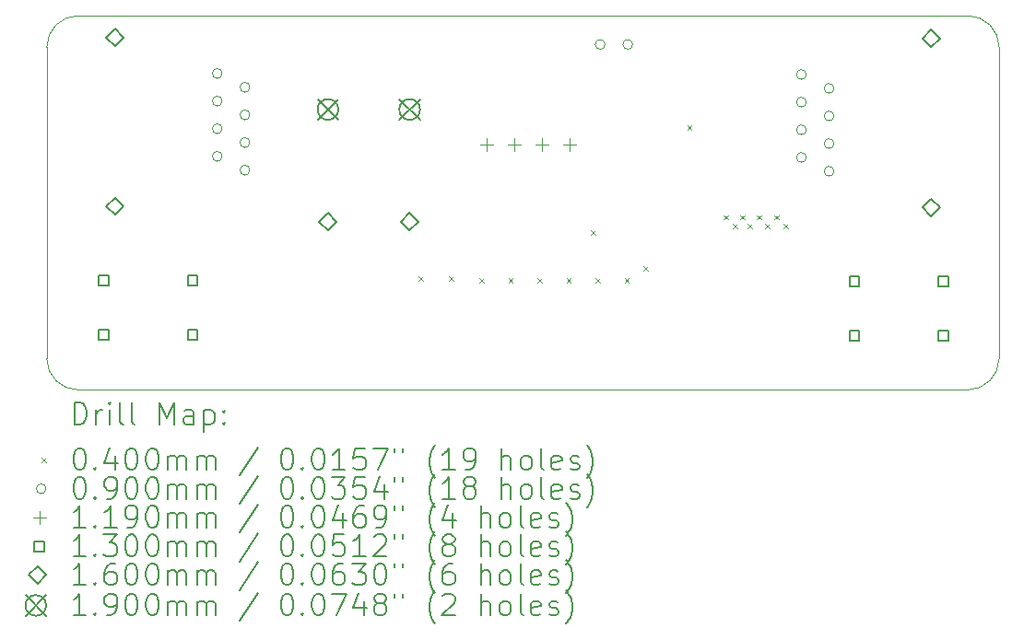
<source format=gbr>
%TF.GenerationSoftware,KiCad,Pcbnew,8.0.0*%
%TF.CreationDate,2024-08-30T12:49:43-05:00*%
%TF.ProjectId,led_segment,6c65645f-7365-4676-9d65-6e742e6b6963,rev?*%
%TF.SameCoordinates,Original*%
%TF.FileFunction,Drillmap*%
%TF.FilePolarity,Positive*%
%FSLAX45Y45*%
G04 Gerber Fmt 4.5, Leading zero omitted, Abs format (unit mm)*
G04 Created by KiCad (PCBNEW 8.0.0) date 2024-08-30 12:49:43*
%MOMM*%
%LPD*%
G01*
G04 APERTURE LIST*
%ADD10C,0.100000*%
%ADD11C,0.200000*%
%ADD12C,0.119000*%
%ADD13C,0.130000*%
%ADD14C,0.160000*%
%ADD15C,0.190000*%
G04 APERTURE END LIST*
D10*
X14560400Y-15437000D02*
X22726500Y-15437000D01*
X14268300Y-12287400D02*
G75*
G02*
X14560400Y-11995300I292100J0D01*
G01*
X23018600Y-15144900D02*
G75*
G02*
X22726500Y-15437000I-292100J0D01*
G01*
X22726500Y-11995300D02*
X14560400Y-11995300D01*
X14268300Y-15144900D02*
X14268300Y-12287400D01*
X14560400Y-15437000D02*
G75*
G02*
X14268300Y-15144900I0J292100D01*
G01*
X23018600Y-15144900D02*
X23018600Y-12287400D01*
X22726500Y-11995300D02*
G75*
G02*
X23018600Y-12287400I0J-292100D01*
G01*
D11*
D10*
X17683800Y-14394500D02*
X17723800Y-14434500D01*
X17723800Y-14394500D02*
X17683800Y-14434500D01*
X17963200Y-14394500D02*
X18003200Y-14434500D01*
X18003200Y-14394500D02*
X17963200Y-14434500D01*
X18242600Y-14407200D02*
X18282600Y-14447200D01*
X18282600Y-14407200D02*
X18242600Y-14447200D01*
X18509300Y-14407200D02*
X18549300Y-14447200D01*
X18549300Y-14407200D02*
X18509300Y-14447200D01*
X18776000Y-14407200D02*
X18816000Y-14447200D01*
X18816000Y-14407200D02*
X18776000Y-14447200D01*
X19042700Y-14407200D02*
X19082700Y-14447200D01*
X19082700Y-14407200D02*
X19042700Y-14447200D01*
X19270000Y-13970000D02*
X19310000Y-14010000D01*
X19310000Y-13970000D02*
X19270000Y-14010000D01*
X19309400Y-14407200D02*
X19349400Y-14447200D01*
X19349400Y-14407200D02*
X19309400Y-14447200D01*
X19576100Y-14407200D02*
X19616100Y-14447200D01*
X19616100Y-14407200D02*
X19576100Y-14447200D01*
X19750000Y-14300000D02*
X19790000Y-14340000D01*
X19790000Y-14300000D02*
X19750000Y-14340000D01*
X20153800Y-13004000D02*
X20193800Y-13044000D01*
X20193800Y-13004000D02*
X20153800Y-13044000D01*
X20490000Y-13830000D02*
X20530000Y-13870000D01*
X20530000Y-13830000D02*
X20490000Y-13870000D01*
X20570000Y-13910000D02*
X20610000Y-13950000D01*
X20610000Y-13910000D02*
X20570000Y-13950000D01*
X20640000Y-13830000D02*
X20680000Y-13870000D01*
X20680000Y-13830000D02*
X20640000Y-13870000D01*
X20710000Y-13910000D02*
X20750000Y-13950000D01*
X20750000Y-13910000D02*
X20710000Y-13950000D01*
X20790000Y-13830000D02*
X20830000Y-13870000D01*
X20830000Y-13830000D02*
X20790000Y-13870000D01*
X20870000Y-13910000D02*
X20910000Y-13950000D01*
X20910000Y-13910000D02*
X20870000Y-13950000D01*
X20950000Y-13830000D02*
X20990000Y-13870000D01*
X20990000Y-13830000D02*
X20950000Y-13870000D01*
X21040000Y-13910000D02*
X21080000Y-13950000D01*
X21080000Y-13910000D02*
X21040000Y-13950000D01*
X15880000Y-12527000D02*
G75*
G02*
X15790000Y-12527000I-45000J0D01*
G01*
X15790000Y-12527000D02*
G75*
G02*
X15880000Y-12527000I45000J0D01*
G01*
X15880000Y-12781000D02*
G75*
G02*
X15790000Y-12781000I-45000J0D01*
G01*
X15790000Y-12781000D02*
G75*
G02*
X15880000Y-12781000I45000J0D01*
G01*
X15880000Y-13035000D02*
G75*
G02*
X15790000Y-13035000I-45000J0D01*
G01*
X15790000Y-13035000D02*
G75*
G02*
X15880000Y-13035000I45000J0D01*
G01*
X15880000Y-13289000D02*
G75*
G02*
X15790000Y-13289000I-45000J0D01*
G01*
X15790000Y-13289000D02*
G75*
G02*
X15880000Y-13289000I45000J0D01*
G01*
X16134000Y-12654000D02*
G75*
G02*
X16044000Y-12654000I-45000J0D01*
G01*
X16044000Y-12654000D02*
G75*
G02*
X16134000Y-12654000I45000J0D01*
G01*
X16134000Y-12908000D02*
G75*
G02*
X16044000Y-12908000I-45000J0D01*
G01*
X16044000Y-12908000D02*
G75*
G02*
X16134000Y-12908000I45000J0D01*
G01*
X16134000Y-13162000D02*
G75*
G02*
X16044000Y-13162000I-45000J0D01*
G01*
X16044000Y-13162000D02*
G75*
G02*
X16134000Y-13162000I45000J0D01*
G01*
X16134000Y-13416000D02*
G75*
G02*
X16044000Y-13416000I-45000J0D01*
G01*
X16044000Y-13416000D02*
G75*
G02*
X16134000Y-13416000I45000J0D01*
G01*
X19397500Y-12260000D02*
G75*
G02*
X19307500Y-12260000I-45000J0D01*
G01*
X19307500Y-12260000D02*
G75*
G02*
X19397500Y-12260000I45000J0D01*
G01*
X19651500Y-12260000D02*
G75*
G02*
X19561500Y-12260000I-45000J0D01*
G01*
X19561500Y-12260000D02*
G75*
G02*
X19651500Y-12260000I45000J0D01*
G01*
X21246000Y-12537000D02*
G75*
G02*
X21156000Y-12537000I-45000J0D01*
G01*
X21156000Y-12537000D02*
G75*
G02*
X21246000Y-12537000I45000J0D01*
G01*
X21246000Y-12791000D02*
G75*
G02*
X21156000Y-12791000I-45000J0D01*
G01*
X21156000Y-12791000D02*
G75*
G02*
X21246000Y-12791000I45000J0D01*
G01*
X21246000Y-13045000D02*
G75*
G02*
X21156000Y-13045000I-45000J0D01*
G01*
X21156000Y-13045000D02*
G75*
G02*
X21246000Y-13045000I45000J0D01*
G01*
X21246000Y-13299000D02*
G75*
G02*
X21156000Y-13299000I-45000J0D01*
G01*
X21156000Y-13299000D02*
G75*
G02*
X21246000Y-13299000I45000J0D01*
G01*
X21500000Y-12664000D02*
G75*
G02*
X21410000Y-12664000I-45000J0D01*
G01*
X21410000Y-12664000D02*
G75*
G02*
X21500000Y-12664000I45000J0D01*
G01*
X21500000Y-12918000D02*
G75*
G02*
X21410000Y-12918000I-45000J0D01*
G01*
X21410000Y-12918000D02*
G75*
G02*
X21500000Y-12918000I45000J0D01*
G01*
X21500000Y-13172000D02*
G75*
G02*
X21410000Y-13172000I-45000J0D01*
G01*
X21410000Y-13172000D02*
G75*
G02*
X21500000Y-13172000I45000J0D01*
G01*
X21500000Y-13426000D02*
G75*
G02*
X21410000Y-13426000I-45000J0D01*
G01*
X21410000Y-13426000D02*
G75*
G02*
X21500000Y-13426000I45000J0D01*
G01*
D12*
X18313400Y-13118150D02*
X18313400Y-13237150D01*
X18253900Y-13177650D02*
X18372900Y-13177650D01*
X18567400Y-13118150D02*
X18567400Y-13237150D01*
X18507900Y-13177650D02*
X18626900Y-13177650D01*
X18821400Y-13118150D02*
X18821400Y-13237150D01*
X18761900Y-13177650D02*
X18880900Y-13177650D01*
X19075400Y-13118150D02*
X19075400Y-13237150D01*
X19015900Y-13177650D02*
X19134900Y-13177650D01*
D13*
X14834962Y-14473562D02*
X14834962Y-14381638D01*
X14743038Y-14381638D01*
X14743038Y-14473562D01*
X14834962Y-14473562D01*
X14834962Y-14973562D02*
X14834962Y-14881638D01*
X14743038Y-14881638D01*
X14743038Y-14973562D01*
X14834962Y-14973562D01*
X15654962Y-14473562D02*
X15654962Y-14381638D01*
X15563038Y-14381638D01*
X15563038Y-14473562D01*
X15654962Y-14473562D01*
X15654962Y-14973562D02*
X15654962Y-14881638D01*
X15563038Y-14881638D01*
X15563038Y-14973562D01*
X15654962Y-14973562D01*
X21734162Y-14480961D02*
X21734162Y-14389036D01*
X21642238Y-14389036D01*
X21642238Y-14480961D01*
X21734162Y-14480961D01*
X21734162Y-14980961D02*
X21734162Y-14889036D01*
X21642238Y-14889036D01*
X21642238Y-14980961D01*
X21734162Y-14980961D01*
X22554162Y-14480961D02*
X22554162Y-14389036D01*
X22462238Y-14389036D01*
X22462238Y-14480961D01*
X22554162Y-14480961D01*
X22554162Y-14980961D02*
X22554162Y-14889036D01*
X22462238Y-14889036D01*
X22462238Y-14980961D01*
X22554162Y-14980961D01*
D14*
X14895000Y-12274500D02*
X14975000Y-12194500D01*
X14895000Y-12114500D01*
X14815000Y-12194500D01*
X14895000Y-12274500D01*
X14895000Y-13828500D02*
X14975000Y-13748500D01*
X14895000Y-13668500D01*
X14815000Y-13748500D01*
X14895000Y-13828500D01*
X16852400Y-13968100D02*
X16932400Y-13888100D01*
X16852400Y-13808100D01*
X16772400Y-13888100D01*
X16852400Y-13968100D01*
X17602400Y-13968100D02*
X17682400Y-13888100D01*
X17602400Y-13808100D01*
X17522400Y-13888100D01*
X17602400Y-13968100D01*
X22395000Y-12284500D02*
X22475000Y-12204500D01*
X22395000Y-12124500D01*
X22315000Y-12204500D01*
X22395000Y-12284500D01*
X22395000Y-13838500D02*
X22475000Y-13758500D01*
X22395000Y-13678500D01*
X22315000Y-13758500D01*
X22395000Y-13838500D01*
D15*
X16757400Y-12763100D02*
X16947400Y-12953100D01*
X16947400Y-12763100D02*
X16757400Y-12953100D01*
X16947400Y-12858100D02*
G75*
G02*
X16757400Y-12858100I-95000J0D01*
G01*
X16757400Y-12858100D02*
G75*
G02*
X16947400Y-12858100I95000J0D01*
G01*
X17507400Y-12763100D02*
X17697400Y-12953100D01*
X17697400Y-12763100D02*
X17507400Y-12953100D01*
X17697400Y-12858100D02*
G75*
G02*
X17507400Y-12858100I-95000J0D01*
G01*
X17507400Y-12858100D02*
G75*
G02*
X17697400Y-12858100I95000J0D01*
G01*
D11*
X14524077Y-15753484D02*
X14524077Y-15553484D01*
X14524077Y-15553484D02*
X14571696Y-15553484D01*
X14571696Y-15553484D02*
X14600267Y-15563008D01*
X14600267Y-15563008D02*
X14619315Y-15582055D01*
X14619315Y-15582055D02*
X14628839Y-15601103D01*
X14628839Y-15601103D02*
X14638362Y-15639198D01*
X14638362Y-15639198D02*
X14638362Y-15667769D01*
X14638362Y-15667769D02*
X14628839Y-15705865D01*
X14628839Y-15705865D02*
X14619315Y-15724912D01*
X14619315Y-15724912D02*
X14600267Y-15743960D01*
X14600267Y-15743960D02*
X14571696Y-15753484D01*
X14571696Y-15753484D02*
X14524077Y-15753484D01*
X14724077Y-15753484D02*
X14724077Y-15620150D01*
X14724077Y-15658246D02*
X14733601Y-15639198D01*
X14733601Y-15639198D02*
X14743124Y-15629674D01*
X14743124Y-15629674D02*
X14762172Y-15620150D01*
X14762172Y-15620150D02*
X14781220Y-15620150D01*
X14847886Y-15753484D02*
X14847886Y-15620150D01*
X14847886Y-15553484D02*
X14838362Y-15563008D01*
X14838362Y-15563008D02*
X14847886Y-15572531D01*
X14847886Y-15572531D02*
X14857410Y-15563008D01*
X14857410Y-15563008D02*
X14847886Y-15553484D01*
X14847886Y-15553484D02*
X14847886Y-15572531D01*
X14971696Y-15753484D02*
X14952648Y-15743960D01*
X14952648Y-15743960D02*
X14943124Y-15724912D01*
X14943124Y-15724912D02*
X14943124Y-15553484D01*
X15076458Y-15753484D02*
X15057410Y-15743960D01*
X15057410Y-15743960D02*
X15047886Y-15724912D01*
X15047886Y-15724912D02*
X15047886Y-15553484D01*
X15305029Y-15753484D02*
X15305029Y-15553484D01*
X15305029Y-15553484D02*
X15371696Y-15696341D01*
X15371696Y-15696341D02*
X15438362Y-15553484D01*
X15438362Y-15553484D02*
X15438362Y-15753484D01*
X15619315Y-15753484D02*
X15619315Y-15648722D01*
X15619315Y-15648722D02*
X15609791Y-15629674D01*
X15609791Y-15629674D02*
X15590743Y-15620150D01*
X15590743Y-15620150D02*
X15552648Y-15620150D01*
X15552648Y-15620150D02*
X15533601Y-15629674D01*
X15619315Y-15743960D02*
X15600267Y-15753484D01*
X15600267Y-15753484D02*
X15552648Y-15753484D01*
X15552648Y-15753484D02*
X15533601Y-15743960D01*
X15533601Y-15743960D02*
X15524077Y-15724912D01*
X15524077Y-15724912D02*
X15524077Y-15705865D01*
X15524077Y-15705865D02*
X15533601Y-15686817D01*
X15533601Y-15686817D02*
X15552648Y-15677293D01*
X15552648Y-15677293D02*
X15600267Y-15677293D01*
X15600267Y-15677293D02*
X15619315Y-15667769D01*
X15714553Y-15620150D02*
X15714553Y-15820150D01*
X15714553Y-15629674D02*
X15733601Y-15620150D01*
X15733601Y-15620150D02*
X15771696Y-15620150D01*
X15771696Y-15620150D02*
X15790743Y-15629674D01*
X15790743Y-15629674D02*
X15800267Y-15639198D01*
X15800267Y-15639198D02*
X15809791Y-15658246D01*
X15809791Y-15658246D02*
X15809791Y-15715388D01*
X15809791Y-15715388D02*
X15800267Y-15734436D01*
X15800267Y-15734436D02*
X15790743Y-15743960D01*
X15790743Y-15743960D02*
X15771696Y-15753484D01*
X15771696Y-15753484D02*
X15733601Y-15753484D01*
X15733601Y-15753484D02*
X15714553Y-15743960D01*
X15895505Y-15734436D02*
X15905029Y-15743960D01*
X15905029Y-15743960D02*
X15895505Y-15753484D01*
X15895505Y-15753484D02*
X15885982Y-15743960D01*
X15885982Y-15743960D02*
X15895505Y-15734436D01*
X15895505Y-15734436D02*
X15895505Y-15753484D01*
X15895505Y-15629674D02*
X15905029Y-15639198D01*
X15905029Y-15639198D02*
X15895505Y-15648722D01*
X15895505Y-15648722D02*
X15885982Y-15639198D01*
X15885982Y-15639198D02*
X15895505Y-15629674D01*
X15895505Y-15629674D02*
X15895505Y-15648722D01*
D10*
X14223300Y-16062000D02*
X14263300Y-16102000D01*
X14263300Y-16062000D02*
X14223300Y-16102000D01*
D11*
X14562172Y-15973484D02*
X14581220Y-15973484D01*
X14581220Y-15973484D02*
X14600267Y-15983008D01*
X14600267Y-15983008D02*
X14609791Y-15992531D01*
X14609791Y-15992531D02*
X14619315Y-16011579D01*
X14619315Y-16011579D02*
X14628839Y-16049674D01*
X14628839Y-16049674D02*
X14628839Y-16097293D01*
X14628839Y-16097293D02*
X14619315Y-16135388D01*
X14619315Y-16135388D02*
X14609791Y-16154436D01*
X14609791Y-16154436D02*
X14600267Y-16163960D01*
X14600267Y-16163960D02*
X14581220Y-16173484D01*
X14581220Y-16173484D02*
X14562172Y-16173484D01*
X14562172Y-16173484D02*
X14543124Y-16163960D01*
X14543124Y-16163960D02*
X14533601Y-16154436D01*
X14533601Y-16154436D02*
X14524077Y-16135388D01*
X14524077Y-16135388D02*
X14514553Y-16097293D01*
X14514553Y-16097293D02*
X14514553Y-16049674D01*
X14514553Y-16049674D02*
X14524077Y-16011579D01*
X14524077Y-16011579D02*
X14533601Y-15992531D01*
X14533601Y-15992531D02*
X14543124Y-15983008D01*
X14543124Y-15983008D02*
X14562172Y-15973484D01*
X14714553Y-16154436D02*
X14724077Y-16163960D01*
X14724077Y-16163960D02*
X14714553Y-16173484D01*
X14714553Y-16173484D02*
X14705029Y-16163960D01*
X14705029Y-16163960D02*
X14714553Y-16154436D01*
X14714553Y-16154436D02*
X14714553Y-16173484D01*
X14895505Y-16040150D02*
X14895505Y-16173484D01*
X14847886Y-15963960D02*
X14800267Y-16106817D01*
X14800267Y-16106817D02*
X14924077Y-16106817D01*
X15038362Y-15973484D02*
X15057410Y-15973484D01*
X15057410Y-15973484D02*
X15076458Y-15983008D01*
X15076458Y-15983008D02*
X15085982Y-15992531D01*
X15085982Y-15992531D02*
X15095505Y-16011579D01*
X15095505Y-16011579D02*
X15105029Y-16049674D01*
X15105029Y-16049674D02*
X15105029Y-16097293D01*
X15105029Y-16097293D02*
X15095505Y-16135388D01*
X15095505Y-16135388D02*
X15085982Y-16154436D01*
X15085982Y-16154436D02*
X15076458Y-16163960D01*
X15076458Y-16163960D02*
X15057410Y-16173484D01*
X15057410Y-16173484D02*
X15038362Y-16173484D01*
X15038362Y-16173484D02*
X15019315Y-16163960D01*
X15019315Y-16163960D02*
X15009791Y-16154436D01*
X15009791Y-16154436D02*
X15000267Y-16135388D01*
X15000267Y-16135388D02*
X14990743Y-16097293D01*
X14990743Y-16097293D02*
X14990743Y-16049674D01*
X14990743Y-16049674D02*
X15000267Y-16011579D01*
X15000267Y-16011579D02*
X15009791Y-15992531D01*
X15009791Y-15992531D02*
X15019315Y-15983008D01*
X15019315Y-15983008D02*
X15038362Y-15973484D01*
X15228839Y-15973484D02*
X15247886Y-15973484D01*
X15247886Y-15973484D02*
X15266934Y-15983008D01*
X15266934Y-15983008D02*
X15276458Y-15992531D01*
X15276458Y-15992531D02*
X15285982Y-16011579D01*
X15285982Y-16011579D02*
X15295505Y-16049674D01*
X15295505Y-16049674D02*
X15295505Y-16097293D01*
X15295505Y-16097293D02*
X15285982Y-16135388D01*
X15285982Y-16135388D02*
X15276458Y-16154436D01*
X15276458Y-16154436D02*
X15266934Y-16163960D01*
X15266934Y-16163960D02*
X15247886Y-16173484D01*
X15247886Y-16173484D02*
X15228839Y-16173484D01*
X15228839Y-16173484D02*
X15209791Y-16163960D01*
X15209791Y-16163960D02*
X15200267Y-16154436D01*
X15200267Y-16154436D02*
X15190743Y-16135388D01*
X15190743Y-16135388D02*
X15181220Y-16097293D01*
X15181220Y-16097293D02*
X15181220Y-16049674D01*
X15181220Y-16049674D02*
X15190743Y-16011579D01*
X15190743Y-16011579D02*
X15200267Y-15992531D01*
X15200267Y-15992531D02*
X15209791Y-15983008D01*
X15209791Y-15983008D02*
X15228839Y-15973484D01*
X15381220Y-16173484D02*
X15381220Y-16040150D01*
X15381220Y-16059198D02*
X15390743Y-16049674D01*
X15390743Y-16049674D02*
X15409791Y-16040150D01*
X15409791Y-16040150D02*
X15438363Y-16040150D01*
X15438363Y-16040150D02*
X15457410Y-16049674D01*
X15457410Y-16049674D02*
X15466934Y-16068722D01*
X15466934Y-16068722D02*
X15466934Y-16173484D01*
X15466934Y-16068722D02*
X15476458Y-16049674D01*
X15476458Y-16049674D02*
X15495505Y-16040150D01*
X15495505Y-16040150D02*
X15524077Y-16040150D01*
X15524077Y-16040150D02*
X15543124Y-16049674D01*
X15543124Y-16049674D02*
X15552648Y-16068722D01*
X15552648Y-16068722D02*
X15552648Y-16173484D01*
X15647886Y-16173484D02*
X15647886Y-16040150D01*
X15647886Y-16059198D02*
X15657410Y-16049674D01*
X15657410Y-16049674D02*
X15676458Y-16040150D01*
X15676458Y-16040150D02*
X15705029Y-16040150D01*
X15705029Y-16040150D02*
X15724077Y-16049674D01*
X15724077Y-16049674D02*
X15733601Y-16068722D01*
X15733601Y-16068722D02*
X15733601Y-16173484D01*
X15733601Y-16068722D02*
X15743124Y-16049674D01*
X15743124Y-16049674D02*
X15762172Y-16040150D01*
X15762172Y-16040150D02*
X15790743Y-16040150D01*
X15790743Y-16040150D02*
X15809791Y-16049674D01*
X15809791Y-16049674D02*
X15819315Y-16068722D01*
X15819315Y-16068722D02*
X15819315Y-16173484D01*
X16209791Y-15963960D02*
X16038363Y-16221103D01*
X16466934Y-15973484D02*
X16485982Y-15973484D01*
X16485982Y-15973484D02*
X16505029Y-15983008D01*
X16505029Y-15983008D02*
X16514553Y-15992531D01*
X16514553Y-15992531D02*
X16524077Y-16011579D01*
X16524077Y-16011579D02*
X16533601Y-16049674D01*
X16533601Y-16049674D02*
X16533601Y-16097293D01*
X16533601Y-16097293D02*
X16524077Y-16135388D01*
X16524077Y-16135388D02*
X16514553Y-16154436D01*
X16514553Y-16154436D02*
X16505029Y-16163960D01*
X16505029Y-16163960D02*
X16485982Y-16173484D01*
X16485982Y-16173484D02*
X16466934Y-16173484D01*
X16466934Y-16173484D02*
X16447886Y-16163960D01*
X16447886Y-16163960D02*
X16438363Y-16154436D01*
X16438363Y-16154436D02*
X16428839Y-16135388D01*
X16428839Y-16135388D02*
X16419315Y-16097293D01*
X16419315Y-16097293D02*
X16419315Y-16049674D01*
X16419315Y-16049674D02*
X16428839Y-16011579D01*
X16428839Y-16011579D02*
X16438363Y-15992531D01*
X16438363Y-15992531D02*
X16447886Y-15983008D01*
X16447886Y-15983008D02*
X16466934Y-15973484D01*
X16619315Y-16154436D02*
X16628839Y-16163960D01*
X16628839Y-16163960D02*
X16619315Y-16173484D01*
X16619315Y-16173484D02*
X16609791Y-16163960D01*
X16609791Y-16163960D02*
X16619315Y-16154436D01*
X16619315Y-16154436D02*
X16619315Y-16173484D01*
X16752648Y-15973484D02*
X16771696Y-15973484D01*
X16771696Y-15973484D02*
X16790744Y-15983008D01*
X16790744Y-15983008D02*
X16800268Y-15992531D01*
X16800268Y-15992531D02*
X16809791Y-16011579D01*
X16809791Y-16011579D02*
X16819315Y-16049674D01*
X16819315Y-16049674D02*
X16819315Y-16097293D01*
X16819315Y-16097293D02*
X16809791Y-16135388D01*
X16809791Y-16135388D02*
X16800268Y-16154436D01*
X16800268Y-16154436D02*
X16790744Y-16163960D01*
X16790744Y-16163960D02*
X16771696Y-16173484D01*
X16771696Y-16173484D02*
X16752648Y-16173484D01*
X16752648Y-16173484D02*
X16733601Y-16163960D01*
X16733601Y-16163960D02*
X16724077Y-16154436D01*
X16724077Y-16154436D02*
X16714553Y-16135388D01*
X16714553Y-16135388D02*
X16705029Y-16097293D01*
X16705029Y-16097293D02*
X16705029Y-16049674D01*
X16705029Y-16049674D02*
X16714553Y-16011579D01*
X16714553Y-16011579D02*
X16724077Y-15992531D01*
X16724077Y-15992531D02*
X16733601Y-15983008D01*
X16733601Y-15983008D02*
X16752648Y-15973484D01*
X17009791Y-16173484D02*
X16895506Y-16173484D01*
X16952648Y-16173484D02*
X16952648Y-15973484D01*
X16952648Y-15973484D02*
X16933601Y-16002055D01*
X16933601Y-16002055D02*
X16914553Y-16021103D01*
X16914553Y-16021103D02*
X16895506Y-16030627D01*
X17190744Y-15973484D02*
X17095506Y-15973484D01*
X17095506Y-15973484D02*
X17085982Y-16068722D01*
X17085982Y-16068722D02*
X17095506Y-16059198D01*
X17095506Y-16059198D02*
X17114553Y-16049674D01*
X17114553Y-16049674D02*
X17162172Y-16049674D01*
X17162172Y-16049674D02*
X17181220Y-16059198D01*
X17181220Y-16059198D02*
X17190744Y-16068722D01*
X17190744Y-16068722D02*
X17200268Y-16087769D01*
X17200268Y-16087769D02*
X17200268Y-16135388D01*
X17200268Y-16135388D02*
X17190744Y-16154436D01*
X17190744Y-16154436D02*
X17181220Y-16163960D01*
X17181220Y-16163960D02*
X17162172Y-16173484D01*
X17162172Y-16173484D02*
X17114553Y-16173484D01*
X17114553Y-16173484D02*
X17095506Y-16163960D01*
X17095506Y-16163960D02*
X17085982Y-16154436D01*
X17266934Y-15973484D02*
X17400268Y-15973484D01*
X17400268Y-15973484D02*
X17314553Y-16173484D01*
X17466934Y-15973484D02*
X17466934Y-16011579D01*
X17543125Y-15973484D02*
X17543125Y-16011579D01*
X17838363Y-16249674D02*
X17828839Y-16240150D01*
X17828839Y-16240150D02*
X17809791Y-16211579D01*
X17809791Y-16211579D02*
X17800268Y-16192531D01*
X17800268Y-16192531D02*
X17790744Y-16163960D01*
X17790744Y-16163960D02*
X17781220Y-16116341D01*
X17781220Y-16116341D02*
X17781220Y-16078246D01*
X17781220Y-16078246D02*
X17790744Y-16030627D01*
X17790744Y-16030627D02*
X17800268Y-16002055D01*
X17800268Y-16002055D02*
X17809791Y-15983008D01*
X17809791Y-15983008D02*
X17828839Y-15954436D01*
X17828839Y-15954436D02*
X17838363Y-15944912D01*
X18019315Y-16173484D02*
X17905030Y-16173484D01*
X17962172Y-16173484D02*
X17962172Y-15973484D01*
X17962172Y-15973484D02*
X17943125Y-16002055D01*
X17943125Y-16002055D02*
X17924077Y-16021103D01*
X17924077Y-16021103D02*
X17905030Y-16030627D01*
X18114553Y-16173484D02*
X18152649Y-16173484D01*
X18152649Y-16173484D02*
X18171696Y-16163960D01*
X18171696Y-16163960D02*
X18181220Y-16154436D01*
X18181220Y-16154436D02*
X18200268Y-16125865D01*
X18200268Y-16125865D02*
X18209791Y-16087769D01*
X18209791Y-16087769D02*
X18209791Y-16011579D01*
X18209791Y-16011579D02*
X18200268Y-15992531D01*
X18200268Y-15992531D02*
X18190744Y-15983008D01*
X18190744Y-15983008D02*
X18171696Y-15973484D01*
X18171696Y-15973484D02*
X18133601Y-15973484D01*
X18133601Y-15973484D02*
X18114553Y-15983008D01*
X18114553Y-15983008D02*
X18105030Y-15992531D01*
X18105030Y-15992531D02*
X18095506Y-16011579D01*
X18095506Y-16011579D02*
X18095506Y-16059198D01*
X18095506Y-16059198D02*
X18105030Y-16078246D01*
X18105030Y-16078246D02*
X18114553Y-16087769D01*
X18114553Y-16087769D02*
X18133601Y-16097293D01*
X18133601Y-16097293D02*
X18171696Y-16097293D01*
X18171696Y-16097293D02*
X18190744Y-16087769D01*
X18190744Y-16087769D02*
X18200268Y-16078246D01*
X18200268Y-16078246D02*
X18209791Y-16059198D01*
X18447887Y-16173484D02*
X18447887Y-15973484D01*
X18533601Y-16173484D02*
X18533601Y-16068722D01*
X18533601Y-16068722D02*
X18524077Y-16049674D01*
X18524077Y-16049674D02*
X18505030Y-16040150D01*
X18505030Y-16040150D02*
X18476458Y-16040150D01*
X18476458Y-16040150D02*
X18457411Y-16049674D01*
X18457411Y-16049674D02*
X18447887Y-16059198D01*
X18657411Y-16173484D02*
X18638363Y-16163960D01*
X18638363Y-16163960D02*
X18628839Y-16154436D01*
X18628839Y-16154436D02*
X18619315Y-16135388D01*
X18619315Y-16135388D02*
X18619315Y-16078246D01*
X18619315Y-16078246D02*
X18628839Y-16059198D01*
X18628839Y-16059198D02*
X18638363Y-16049674D01*
X18638363Y-16049674D02*
X18657411Y-16040150D01*
X18657411Y-16040150D02*
X18685982Y-16040150D01*
X18685982Y-16040150D02*
X18705030Y-16049674D01*
X18705030Y-16049674D02*
X18714553Y-16059198D01*
X18714553Y-16059198D02*
X18724077Y-16078246D01*
X18724077Y-16078246D02*
X18724077Y-16135388D01*
X18724077Y-16135388D02*
X18714553Y-16154436D01*
X18714553Y-16154436D02*
X18705030Y-16163960D01*
X18705030Y-16163960D02*
X18685982Y-16173484D01*
X18685982Y-16173484D02*
X18657411Y-16173484D01*
X18838363Y-16173484D02*
X18819315Y-16163960D01*
X18819315Y-16163960D02*
X18809792Y-16144912D01*
X18809792Y-16144912D02*
X18809792Y-15973484D01*
X18990744Y-16163960D02*
X18971696Y-16173484D01*
X18971696Y-16173484D02*
X18933601Y-16173484D01*
X18933601Y-16173484D02*
X18914553Y-16163960D01*
X18914553Y-16163960D02*
X18905030Y-16144912D01*
X18905030Y-16144912D02*
X18905030Y-16068722D01*
X18905030Y-16068722D02*
X18914553Y-16049674D01*
X18914553Y-16049674D02*
X18933601Y-16040150D01*
X18933601Y-16040150D02*
X18971696Y-16040150D01*
X18971696Y-16040150D02*
X18990744Y-16049674D01*
X18990744Y-16049674D02*
X19000268Y-16068722D01*
X19000268Y-16068722D02*
X19000268Y-16087769D01*
X19000268Y-16087769D02*
X18905030Y-16106817D01*
X19076458Y-16163960D02*
X19095506Y-16173484D01*
X19095506Y-16173484D02*
X19133601Y-16173484D01*
X19133601Y-16173484D02*
X19152649Y-16163960D01*
X19152649Y-16163960D02*
X19162173Y-16144912D01*
X19162173Y-16144912D02*
X19162173Y-16135388D01*
X19162173Y-16135388D02*
X19152649Y-16116341D01*
X19152649Y-16116341D02*
X19133601Y-16106817D01*
X19133601Y-16106817D02*
X19105030Y-16106817D01*
X19105030Y-16106817D02*
X19085982Y-16097293D01*
X19085982Y-16097293D02*
X19076458Y-16078246D01*
X19076458Y-16078246D02*
X19076458Y-16068722D01*
X19076458Y-16068722D02*
X19085982Y-16049674D01*
X19085982Y-16049674D02*
X19105030Y-16040150D01*
X19105030Y-16040150D02*
X19133601Y-16040150D01*
X19133601Y-16040150D02*
X19152649Y-16049674D01*
X19228839Y-16249674D02*
X19238363Y-16240150D01*
X19238363Y-16240150D02*
X19257411Y-16211579D01*
X19257411Y-16211579D02*
X19266934Y-16192531D01*
X19266934Y-16192531D02*
X19276458Y-16163960D01*
X19276458Y-16163960D02*
X19285982Y-16116341D01*
X19285982Y-16116341D02*
X19285982Y-16078246D01*
X19285982Y-16078246D02*
X19276458Y-16030627D01*
X19276458Y-16030627D02*
X19266934Y-16002055D01*
X19266934Y-16002055D02*
X19257411Y-15983008D01*
X19257411Y-15983008D02*
X19238363Y-15954436D01*
X19238363Y-15954436D02*
X19228839Y-15944912D01*
D10*
X14263300Y-16346000D02*
G75*
G02*
X14173300Y-16346000I-45000J0D01*
G01*
X14173300Y-16346000D02*
G75*
G02*
X14263300Y-16346000I45000J0D01*
G01*
D11*
X14562172Y-16237484D02*
X14581220Y-16237484D01*
X14581220Y-16237484D02*
X14600267Y-16247008D01*
X14600267Y-16247008D02*
X14609791Y-16256531D01*
X14609791Y-16256531D02*
X14619315Y-16275579D01*
X14619315Y-16275579D02*
X14628839Y-16313674D01*
X14628839Y-16313674D02*
X14628839Y-16361293D01*
X14628839Y-16361293D02*
X14619315Y-16399388D01*
X14619315Y-16399388D02*
X14609791Y-16418436D01*
X14609791Y-16418436D02*
X14600267Y-16427960D01*
X14600267Y-16427960D02*
X14581220Y-16437484D01*
X14581220Y-16437484D02*
X14562172Y-16437484D01*
X14562172Y-16437484D02*
X14543124Y-16427960D01*
X14543124Y-16427960D02*
X14533601Y-16418436D01*
X14533601Y-16418436D02*
X14524077Y-16399388D01*
X14524077Y-16399388D02*
X14514553Y-16361293D01*
X14514553Y-16361293D02*
X14514553Y-16313674D01*
X14514553Y-16313674D02*
X14524077Y-16275579D01*
X14524077Y-16275579D02*
X14533601Y-16256531D01*
X14533601Y-16256531D02*
X14543124Y-16247008D01*
X14543124Y-16247008D02*
X14562172Y-16237484D01*
X14714553Y-16418436D02*
X14724077Y-16427960D01*
X14724077Y-16427960D02*
X14714553Y-16437484D01*
X14714553Y-16437484D02*
X14705029Y-16427960D01*
X14705029Y-16427960D02*
X14714553Y-16418436D01*
X14714553Y-16418436D02*
X14714553Y-16437484D01*
X14819315Y-16437484D02*
X14857410Y-16437484D01*
X14857410Y-16437484D02*
X14876458Y-16427960D01*
X14876458Y-16427960D02*
X14885982Y-16418436D01*
X14885982Y-16418436D02*
X14905029Y-16389865D01*
X14905029Y-16389865D02*
X14914553Y-16351769D01*
X14914553Y-16351769D02*
X14914553Y-16275579D01*
X14914553Y-16275579D02*
X14905029Y-16256531D01*
X14905029Y-16256531D02*
X14895505Y-16247008D01*
X14895505Y-16247008D02*
X14876458Y-16237484D01*
X14876458Y-16237484D02*
X14838362Y-16237484D01*
X14838362Y-16237484D02*
X14819315Y-16247008D01*
X14819315Y-16247008D02*
X14809791Y-16256531D01*
X14809791Y-16256531D02*
X14800267Y-16275579D01*
X14800267Y-16275579D02*
X14800267Y-16323198D01*
X14800267Y-16323198D02*
X14809791Y-16342246D01*
X14809791Y-16342246D02*
X14819315Y-16351769D01*
X14819315Y-16351769D02*
X14838362Y-16361293D01*
X14838362Y-16361293D02*
X14876458Y-16361293D01*
X14876458Y-16361293D02*
X14895505Y-16351769D01*
X14895505Y-16351769D02*
X14905029Y-16342246D01*
X14905029Y-16342246D02*
X14914553Y-16323198D01*
X15038362Y-16237484D02*
X15057410Y-16237484D01*
X15057410Y-16237484D02*
X15076458Y-16247008D01*
X15076458Y-16247008D02*
X15085982Y-16256531D01*
X15085982Y-16256531D02*
X15095505Y-16275579D01*
X15095505Y-16275579D02*
X15105029Y-16313674D01*
X15105029Y-16313674D02*
X15105029Y-16361293D01*
X15105029Y-16361293D02*
X15095505Y-16399388D01*
X15095505Y-16399388D02*
X15085982Y-16418436D01*
X15085982Y-16418436D02*
X15076458Y-16427960D01*
X15076458Y-16427960D02*
X15057410Y-16437484D01*
X15057410Y-16437484D02*
X15038362Y-16437484D01*
X15038362Y-16437484D02*
X15019315Y-16427960D01*
X15019315Y-16427960D02*
X15009791Y-16418436D01*
X15009791Y-16418436D02*
X15000267Y-16399388D01*
X15000267Y-16399388D02*
X14990743Y-16361293D01*
X14990743Y-16361293D02*
X14990743Y-16313674D01*
X14990743Y-16313674D02*
X15000267Y-16275579D01*
X15000267Y-16275579D02*
X15009791Y-16256531D01*
X15009791Y-16256531D02*
X15019315Y-16247008D01*
X15019315Y-16247008D02*
X15038362Y-16237484D01*
X15228839Y-16237484D02*
X15247886Y-16237484D01*
X15247886Y-16237484D02*
X15266934Y-16247008D01*
X15266934Y-16247008D02*
X15276458Y-16256531D01*
X15276458Y-16256531D02*
X15285982Y-16275579D01*
X15285982Y-16275579D02*
X15295505Y-16313674D01*
X15295505Y-16313674D02*
X15295505Y-16361293D01*
X15295505Y-16361293D02*
X15285982Y-16399388D01*
X15285982Y-16399388D02*
X15276458Y-16418436D01*
X15276458Y-16418436D02*
X15266934Y-16427960D01*
X15266934Y-16427960D02*
X15247886Y-16437484D01*
X15247886Y-16437484D02*
X15228839Y-16437484D01*
X15228839Y-16437484D02*
X15209791Y-16427960D01*
X15209791Y-16427960D02*
X15200267Y-16418436D01*
X15200267Y-16418436D02*
X15190743Y-16399388D01*
X15190743Y-16399388D02*
X15181220Y-16361293D01*
X15181220Y-16361293D02*
X15181220Y-16313674D01*
X15181220Y-16313674D02*
X15190743Y-16275579D01*
X15190743Y-16275579D02*
X15200267Y-16256531D01*
X15200267Y-16256531D02*
X15209791Y-16247008D01*
X15209791Y-16247008D02*
X15228839Y-16237484D01*
X15381220Y-16437484D02*
X15381220Y-16304150D01*
X15381220Y-16323198D02*
X15390743Y-16313674D01*
X15390743Y-16313674D02*
X15409791Y-16304150D01*
X15409791Y-16304150D02*
X15438363Y-16304150D01*
X15438363Y-16304150D02*
X15457410Y-16313674D01*
X15457410Y-16313674D02*
X15466934Y-16332722D01*
X15466934Y-16332722D02*
X15466934Y-16437484D01*
X15466934Y-16332722D02*
X15476458Y-16313674D01*
X15476458Y-16313674D02*
X15495505Y-16304150D01*
X15495505Y-16304150D02*
X15524077Y-16304150D01*
X15524077Y-16304150D02*
X15543124Y-16313674D01*
X15543124Y-16313674D02*
X15552648Y-16332722D01*
X15552648Y-16332722D02*
X15552648Y-16437484D01*
X15647886Y-16437484D02*
X15647886Y-16304150D01*
X15647886Y-16323198D02*
X15657410Y-16313674D01*
X15657410Y-16313674D02*
X15676458Y-16304150D01*
X15676458Y-16304150D02*
X15705029Y-16304150D01*
X15705029Y-16304150D02*
X15724077Y-16313674D01*
X15724077Y-16313674D02*
X15733601Y-16332722D01*
X15733601Y-16332722D02*
X15733601Y-16437484D01*
X15733601Y-16332722D02*
X15743124Y-16313674D01*
X15743124Y-16313674D02*
X15762172Y-16304150D01*
X15762172Y-16304150D02*
X15790743Y-16304150D01*
X15790743Y-16304150D02*
X15809791Y-16313674D01*
X15809791Y-16313674D02*
X15819315Y-16332722D01*
X15819315Y-16332722D02*
X15819315Y-16437484D01*
X16209791Y-16227960D02*
X16038363Y-16485103D01*
X16466934Y-16237484D02*
X16485982Y-16237484D01*
X16485982Y-16237484D02*
X16505029Y-16247008D01*
X16505029Y-16247008D02*
X16514553Y-16256531D01*
X16514553Y-16256531D02*
X16524077Y-16275579D01*
X16524077Y-16275579D02*
X16533601Y-16313674D01*
X16533601Y-16313674D02*
X16533601Y-16361293D01*
X16533601Y-16361293D02*
X16524077Y-16399388D01*
X16524077Y-16399388D02*
X16514553Y-16418436D01*
X16514553Y-16418436D02*
X16505029Y-16427960D01*
X16505029Y-16427960D02*
X16485982Y-16437484D01*
X16485982Y-16437484D02*
X16466934Y-16437484D01*
X16466934Y-16437484D02*
X16447886Y-16427960D01*
X16447886Y-16427960D02*
X16438363Y-16418436D01*
X16438363Y-16418436D02*
X16428839Y-16399388D01*
X16428839Y-16399388D02*
X16419315Y-16361293D01*
X16419315Y-16361293D02*
X16419315Y-16313674D01*
X16419315Y-16313674D02*
X16428839Y-16275579D01*
X16428839Y-16275579D02*
X16438363Y-16256531D01*
X16438363Y-16256531D02*
X16447886Y-16247008D01*
X16447886Y-16247008D02*
X16466934Y-16237484D01*
X16619315Y-16418436D02*
X16628839Y-16427960D01*
X16628839Y-16427960D02*
X16619315Y-16437484D01*
X16619315Y-16437484D02*
X16609791Y-16427960D01*
X16609791Y-16427960D02*
X16619315Y-16418436D01*
X16619315Y-16418436D02*
X16619315Y-16437484D01*
X16752648Y-16237484D02*
X16771696Y-16237484D01*
X16771696Y-16237484D02*
X16790744Y-16247008D01*
X16790744Y-16247008D02*
X16800268Y-16256531D01*
X16800268Y-16256531D02*
X16809791Y-16275579D01*
X16809791Y-16275579D02*
X16819315Y-16313674D01*
X16819315Y-16313674D02*
X16819315Y-16361293D01*
X16819315Y-16361293D02*
X16809791Y-16399388D01*
X16809791Y-16399388D02*
X16800268Y-16418436D01*
X16800268Y-16418436D02*
X16790744Y-16427960D01*
X16790744Y-16427960D02*
X16771696Y-16437484D01*
X16771696Y-16437484D02*
X16752648Y-16437484D01*
X16752648Y-16437484D02*
X16733601Y-16427960D01*
X16733601Y-16427960D02*
X16724077Y-16418436D01*
X16724077Y-16418436D02*
X16714553Y-16399388D01*
X16714553Y-16399388D02*
X16705029Y-16361293D01*
X16705029Y-16361293D02*
X16705029Y-16313674D01*
X16705029Y-16313674D02*
X16714553Y-16275579D01*
X16714553Y-16275579D02*
X16724077Y-16256531D01*
X16724077Y-16256531D02*
X16733601Y-16247008D01*
X16733601Y-16247008D02*
X16752648Y-16237484D01*
X16885982Y-16237484D02*
X17009791Y-16237484D01*
X17009791Y-16237484D02*
X16943125Y-16313674D01*
X16943125Y-16313674D02*
X16971696Y-16313674D01*
X16971696Y-16313674D02*
X16990744Y-16323198D01*
X16990744Y-16323198D02*
X17000268Y-16332722D01*
X17000268Y-16332722D02*
X17009791Y-16351769D01*
X17009791Y-16351769D02*
X17009791Y-16399388D01*
X17009791Y-16399388D02*
X17000268Y-16418436D01*
X17000268Y-16418436D02*
X16990744Y-16427960D01*
X16990744Y-16427960D02*
X16971696Y-16437484D01*
X16971696Y-16437484D02*
X16914553Y-16437484D01*
X16914553Y-16437484D02*
X16895506Y-16427960D01*
X16895506Y-16427960D02*
X16885982Y-16418436D01*
X17190744Y-16237484D02*
X17095506Y-16237484D01*
X17095506Y-16237484D02*
X17085982Y-16332722D01*
X17085982Y-16332722D02*
X17095506Y-16323198D01*
X17095506Y-16323198D02*
X17114553Y-16313674D01*
X17114553Y-16313674D02*
X17162172Y-16313674D01*
X17162172Y-16313674D02*
X17181220Y-16323198D01*
X17181220Y-16323198D02*
X17190744Y-16332722D01*
X17190744Y-16332722D02*
X17200268Y-16351769D01*
X17200268Y-16351769D02*
X17200268Y-16399388D01*
X17200268Y-16399388D02*
X17190744Y-16418436D01*
X17190744Y-16418436D02*
X17181220Y-16427960D01*
X17181220Y-16427960D02*
X17162172Y-16437484D01*
X17162172Y-16437484D02*
X17114553Y-16437484D01*
X17114553Y-16437484D02*
X17095506Y-16427960D01*
X17095506Y-16427960D02*
X17085982Y-16418436D01*
X17371696Y-16304150D02*
X17371696Y-16437484D01*
X17324077Y-16227960D02*
X17276458Y-16370817D01*
X17276458Y-16370817D02*
X17400268Y-16370817D01*
X17466934Y-16237484D02*
X17466934Y-16275579D01*
X17543125Y-16237484D02*
X17543125Y-16275579D01*
X17838363Y-16513674D02*
X17828839Y-16504150D01*
X17828839Y-16504150D02*
X17809791Y-16475579D01*
X17809791Y-16475579D02*
X17800268Y-16456531D01*
X17800268Y-16456531D02*
X17790744Y-16427960D01*
X17790744Y-16427960D02*
X17781220Y-16380341D01*
X17781220Y-16380341D02*
X17781220Y-16342246D01*
X17781220Y-16342246D02*
X17790744Y-16294627D01*
X17790744Y-16294627D02*
X17800268Y-16266055D01*
X17800268Y-16266055D02*
X17809791Y-16247008D01*
X17809791Y-16247008D02*
X17828839Y-16218436D01*
X17828839Y-16218436D02*
X17838363Y-16208912D01*
X18019315Y-16437484D02*
X17905030Y-16437484D01*
X17962172Y-16437484D02*
X17962172Y-16237484D01*
X17962172Y-16237484D02*
X17943125Y-16266055D01*
X17943125Y-16266055D02*
X17924077Y-16285103D01*
X17924077Y-16285103D02*
X17905030Y-16294627D01*
X18133601Y-16323198D02*
X18114553Y-16313674D01*
X18114553Y-16313674D02*
X18105030Y-16304150D01*
X18105030Y-16304150D02*
X18095506Y-16285103D01*
X18095506Y-16285103D02*
X18095506Y-16275579D01*
X18095506Y-16275579D02*
X18105030Y-16256531D01*
X18105030Y-16256531D02*
X18114553Y-16247008D01*
X18114553Y-16247008D02*
X18133601Y-16237484D01*
X18133601Y-16237484D02*
X18171696Y-16237484D01*
X18171696Y-16237484D02*
X18190744Y-16247008D01*
X18190744Y-16247008D02*
X18200268Y-16256531D01*
X18200268Y-16256531D02*
X18209791Y-16275579D01*
X18209791Y-16275579D02*
X18209791Y-16285103D01*
X18209791Y-16285103D02*
X18200268Y-16304150D01*
X18200268Y-16304150D02*
X18190744Y-16313674D01*
X18190744Y-16313674D02*
X18171696Y-16323198D01*
X18171696Y-16323198D02*
X18133601Y-16323198D01*
X18133601Y-16323198D02*
X18114553Y-16332722D01*
X18114553Y-16332722D02*
X18105030Y-16342246D01*
X18105030Y-16342246D02*
X18095506Y-16361293D01*
X18095506Y-16361293D02*
X18095506Y-16399388D01*
X18095506Y-16399388D02*
X18105030Y-16418436D01*
X18105030Y-16418436D02*
X18114553Y-16427960D01*
X18114553Y-16427960D02*
X18133601Y-16437484D01*
X18133601Y-16437484D02*
X18171696Y-16437484D01*
X18171696Y-16437484D02*
X18190744Y-16427960D01*
X18190744Y-16427960D02*
X18200268Y-16418436D01*
X18200268Y-16418436D02*
X18209791Y-16399388D01*
X18209791Y-16399388D02*
X18209791Y-16361293D01*
X18209791Y-16361293D02*
X18200268Y-16342246D01*
X18200268Y-16342246D02*
X18190744Y-16332722D01*
X18190744Y-16332722D02*
X18171696Y-16323198D01*
X18447887Y-16437484D02*
X18447887Y-16237484D01*
X18533601Y-16437484D02*
X18533601Y-16332722D01*
X18533601Y-16332722D02*
X18524077Y-16313674D01*
X18524077Y-16313674D02*
X18505030Y-16304150D01*
X18505030Y-16304150D02*
X18476458Y-16304150D01*
X18476458Y-16304150D02*
X18457411Y-16313674D01*
X18457411Y-16313674D02*
X18447887Y-16323198D01*
X18657411Y-16437484D02*
X18638363Y-16427960D01*
X18638363Y-16427960D02*
X18628839Y-16418436D01*
X18628839Y-16418436D02*
X18619315Y-16399388D01*
X18619315Y-16399388D02*
X18619315Y-16342246D01*
X18619315Y-16342246D02*
X18628839Y-16323198D01*
X18628839Y-16323198D02*
X18638363Y-16313674D01*
X18638363Y-16313674D02*
X18657411Y-16304150D01*
X18657411Y-16304150D02*
X18685982Y-16304150D01*
X18685982Y-16304150D02*
X18705030Y-16313674D01*
X18705030Y-16313674D02*
X18714553Y-16323198D01*
X18714553Y-16323198D02*
X18724077Y-16342246D01*
X18724077Y-16342246D02*
X18724077Y-16399388D01*
X18724077Y-16399388D02*
X18714553Y-16418436D01*
X18714553Y-16418436D02*
X18705030Y-16427960D01*
X18705030Y-16427960D02*
X18685982Y-16437484D01*
X18685982Y-16437484D02*
X18657411Y-16437484D01*
X18838363Y-16437484D02*
X18819315Y-16427960D01*
X18819315Y-16427960D02*
X18809792Y-16408912D01*
X18809792Y-16408912D02*
X18809792Y-16237484D01*
X18990744Y-16427960D02*
X18971696Y-16437484D01*
X18971696Y-16437484D02*
X18933601Y-16437484D01*
X18933601Y-16437484D02*
X18914553Y-16427960D01*
X18914553Y-16427960D02*
X18905030Y-16408912D01*
X18905030Y-16408912D02*
X18905030Y-16332722D01*
X18905030Y-16332722D02*
X18914553Y-16313674D01*
X18914553Y-16313674D02*
X18933601Y-16304150D01*
X18933601Y-16304150D02*
X18971696Y-16304150D01*
X18971696Y-16304150D02*
X18990744Y-16313674D01*
X18990744Y-16313674D02*
X19000268Y-16332722D01*
X19000268Y-16332722D02*
X19000268Y-16351769D01*
X19000268Y-16351769D02*
X18905030Y-16370817D01*
X19076458Y-16427960D02*
X19095506Y-16437484D01*
X19095506Y-16437484D02*
X19133601Y-16437484D01*
X19133601Y-16437484D02*
X19152649Y-16427960D01*
X19152649Y-16427960D02*
X19162173Y-16408912D01*
X19162173Y-16408912D02*
X19162173Y-16399388D01*
X19162173Y-16399388D02*
X19152649Y-16380341D01*
X19152649Y-16380341D02*
X19133601Y-16370817D01*
X19133601Y-16370817D02*
X19105030Y-16370817D01*
X19105030Y-16370817D02*
X19085982Y-16361293D01*
X19085982Y-16361293D02*
X19076458Y-16342246D01*
X19076458Y-16342246D02*
X19076458Y-16332722D01*
X19076458Y-16332722D02*
X19085982Y-16313674D01*
X19085982Y-16313674D02*
X19105030Y-16304150D01*
X19105030Y-16304150D02*
X19133601Y-16304150D01*
X19133601Y-16304150D02*
X19152649Y-16313674D01*
X19228839Y-16513674D02*
X19238363Y-16504150D01*
X19238363Y-16504150D02*
X19257411Y-16475579D01*
X19257411Y-16475579D02*
X19266934Y-16456531D01*
X19266934Y-16456531D02*
X19276458Y-16427960D01*
X19276458Y-16427960D02*
X19285982Y-16380341D01*
X19285982Y-16380341D02*
X19285982Y-16342246D01*
X19285982Y-16342246D02*
X19276458Y-16294627D01*
X19276458Y-16294627D02*
X19266934Y-16266055D01*
X19266934Y-16266055D02*
X19257411Y-16247008D01*
X19257411Y-16247008D02*
X19238363Y-16218436D01*
X19238363Y-16218436D02*
X19228839Y-16208912D01*
D12*
X14203800Y-16550500D02*
X14203800Y-16669500D01*
X14144300Y-16610000D02*
X14263300Y-16610000D01*
D11*
X14628839Y-16701484D02*
X14514553Y-16701484D01*
X14571696Y-16701484D02*
X14571696Y-16501484D01*
X14571696Y-16501484D02*
X14552648Y-16530055D01*
X14552648Y-16530055D02*
X14533601Y-16549103D01*
X14533601Y-16549103D02*
X14514553Y-16558627D01*
X14714553Y-16682436D02*
X14724077Y-16691960D01*
X14724077Y-16691960D02*
X14714553Y-16701484D01*
X14714553Y-16701484D02*
X14705029Y-16691960D01*
X14705029Y-16691960D02*
X14714553Y-16682436D01*
X14714553Y-16682436D02*
X14714553Y-16701484D01*
X14914553Y-16701484D02*
X14800267Y-16701484D01*
X14857410Y-16701484D02*
X14857410Y-16501484D01*
X14857410Y-16501484D02*
X14838362Y-16530055D01*
X14838362Y-16530055D02*
X14819315Y-16549103D01*
X14819315Y-16549103D02*
X14800267Y-16558627D01*
X15009791Y-16701484D02*
X15047886Y-16701484D01*
X15047886Y-16701484D02*
X15066934Y-16691960D01*
X15066934Y-16691960D02*
X15076458Y-16682436D01*
X15076458Y-16682436D02*
X15095505Y-16653865D01*
X15095505Y-16653865D02*
X15105029Y-16615769D01*
X15105029Y-16615769D02*
X15105029Y-16539579D01*
X15105029Y-16539579D02*
X15095505Y-16520531D01*
X15095505Y-16520531D02*
X15085982Y-16511008D01*
X15085982Y-16511008D02*
X15066934Y-16501484D01*
X15066934Y-16501484D02*
X15028839Y-16501484D01*
X15028839Y-16501484D02*
X15009791Y-16511008D01*
X15009791Y-16511008D02*
X15000267Y-16520531D01*
X15000267Y-16520531D02*
X14990743Y-16539579D01*
X14990743Y-16539579D02*
X14990743Y-16587198D01*
X14990743Y-16587198D02*
X15000267Y-16606246D01*
X15000267Y-16606246D02*
X15009791Y-16615769D01*
X15009791Y-16615769D02*
X15028839Y-16625293D01*
X15028839Y-16625293D02*
X15066934Y-16625293D01*
X15066934Y-16625293D02*
X15085982Y-16615769D01*
X15085982Y-16615769D02*
X15095505Y-16606246D01*
X15095505Y-16606246D02*
X15105029Y-16587198D01*
X15228839Y-16501484D02*
X15247886Y-16501484D01*
X15247886Y-16501484D02*
X15266934Y-16511008D01*
X15266934Y-16511008D02*
X15276458Y-16520531D01*
X15276458Y-16520531D02*
X15285982Y-16539579D01*
X15285982Y-16539579D02*
X15295505Y-16577674D01*
X15295505Y-16577674D02*
X15295505Y-16625293D01*
X15295505Y-16625293D02*
X15285982Y-16663388D01*
X15285982Y-16663388D02*
X15276458Y-16682436D01*
X15276458Y-16682436D02*
X15266934Y-16691960D01*
X15266934Y-16691960D02*
X15247886Y-16701484D01*
X15247886Y-16701484D02*
X15228839Y-16701484D01*
X15228839Y-16701484D02*
X15209791Y-16691960D01*
X15209791Y-16691960D02*
X15200267Y-16682436D01*
X15200267Y-16682436D02*
X15190743Y-16663388D01*
X15190743Y-16663388D02*
X15181220Y-16625293D01*
X15181220Y-16625293D02*
X15181220Y-16577674D01*
X15181220Y-16577674D02*
X15190743Y-16539579D01*
X15190743Y-16539579D02*
X15200267Y-16520531D01*
X15200267Y-16520531D02*
X15209791Y-16511008D01*
X15209791Y-16511008D02*
X15228839Y-16501484D01*
X15381220Y-16701484D02*
X15381220Y-16568150D01*
X15381220Y-16587198D02*
X15390743Y-16577674D01*
X15390743Y-16577674D02*
X15409791Y-16568150D01*
X15409791Y-16568150D02*
X15438363Y-16568150D01*
X15438363Y-16568150D02*
X15457410Y-16577674D01*
X15457410Y-16577674D02*
X15466934Y-16596722D01*
X15466934Y-16596722D02*
X15466934Y-16701484D01*
X15466934Y-16596722D02*
X15476458Y-16577674D01*
X15476458Y-16577674D02*
X15495505Y-16568150D01*
X15495505Y-16568150D02*
X15524077Y-16568150D01*
X15524077Y-16568150D02*
X15543124Y-16577674D01*
X15543124Y-16577674D02*
X15552648Y-16596722D01*
X15552648Y-16596722D02*
X15552648Y-16701484D01*
X15647886Y-16701484D02*
X15647886Y-16568150D01*
X15647886Y-16587198D02*
X15657410Y-16577674D01*
X15657410Y-16577674D02*
X15676458Y-16568150D01*
X15676458Y-16568150D02*
X15705029Y-16568150D01*
X15705029Y-16568150D02*
X15724077Y-16577674D01*
X15724077Y-16577674D02*
X15733601Y-16596722D01*
X15733601Y-16596722D02*
X15733601Y-16701484D01*
X15733601Y-16596722D02*
X15743124Y-16577674D01*
X15743124Y-16577674D02*
X15762172Y-16568150D01*
X15762172Y-16568150D02*
X15790743Y-16568150D01*
X15790743Y-16568150D02*
X15809791Y-16577674D01*
X15809791Y-16577674D02*
X15819315Y-16596722D01*
X15819315Y-16596722D02*
X15819315Y-16701484D01*
X16209791Y-16491960D02*
X16038363Y-16749103D01*
X16466934Y-16501484D02*
X16485982Y-16501484D01*
X16485982Y-16501484D02*
X16505029Y-16511008D01*
X16505029Y-16511008D02*
X16514553Y-16520531D01*
X16514553Y-16520531D02*
X16524077Y-16539579D01*
X16524077Y-16539579D02*
X16533601Y-16577674D01*
X16533601Y-16577674D02*
X16533601Y-16625293D01*
X16533601Y-16625293D02*
X16524077Y-16663388D01*
X16524077Y-16663388D02*
X16514553Y-16682436D01*
X16514553Y-16682436D02*
X16505029Y-16691960D01*
X16505029Y-16691960D02*
X16485982Y-16701484D01*
X16485982Y-16701484D02*
X16466934Y-16701484D01*
X16466934Y-16701484D02*
X16447886Y-16691960D01*
X16447886Y-16691960D02*
X16438363Y-16682436D01*
X16438363Y-16682436D02*
X16428839Y-16663388D01*
X16428839Y-16663388D02*
X16419315Y-16625293D01*
X16419315Y-16625293D02*
X16419315Y-16577674D01*
X16419315Y-16577674D02*
X16428839Y-16539579D01*
X16428839Y-16539579D02*
X16438363Y-16520531D01*
X16438363Y-16520531D02*
X16447886Y-16511008D01*
X16447886Y-16511008D02*
X16466934Y-16501484D01*
X16619315Y-16682436D02*
X16628839Y-16691960D01*
X16628839Y-16691960D02*
X16619315Y-16701484D01*
X16619315Y-16701484D02*
X16609791Y-16691960D01*
X16609791Y-16691960D02*
X16619315Y-16682436D01*
X16619315Y-16682436D02*
X16619315Y-16701484D01*
X16752648Y-16501484D02*
X16771696Y-16501484D01*
X16771696Y-16501484D02*
X16790744Y-16511008D01*
X16790744Y-16511008D02*
X16800268Y-16520531D01*
X16800268Y-16520531D02*
X16809791Y-16539579D01*
X16809791Y-16539579D02*
X16819315Y-16577674D01*
X16819315Y-16577674D02*
X16819315Y-16625293D01*
X16819315Y-16625293D02*
X16809791Y-16663388D01*
X16809791Y-16663388D02*
X16800268Y-16682436D01*
X16800268Y-16682436D02*
X16790744Y-16691960D01*
X16790744Y-16691960D02*
X16771696Y-16701484D01*
X16771696Y-16701484D02*
X16752648Y-16701484D01*
X16752648Y-16701484D02*
X16733601Y-16691960D01*
X16733601Y-16691960D02*
X16724077Y-16682436D01*
X16724077Y-16682436D02*
X16714553Y-16663388D01*
X16714553Y-16663388D02*
X16705029Y-16625293D01*
X16705029Y-16625293D02*
X16705029Y-16577674D01*
X16705029Y-16577674D02*
X16714553Y-16539579D01*
X16714553Y-16539579D02*
X16724077Y-16520531D01*
X16724077Y-16520531D02*
X16733601Y-16511008D01*
X16733601Y-16511008D02*
X16752648Y-16501484D01*
X16990744Y-16568150D02*
X16990744Y-16701484D01*
X16943125Y-16491960D02*
X16895506Y-16634817D01*
X16895506Y-16634817D02*
X17019315Y-16634817D01*
X17181220Y-16501484D02*
X17143125Y-16501484D01*
X17143125Y-16501484D02*
X17124077Y-16511008D01*
X17124077Y-16511008D02*
X17114553Y-16520531D01*
X17114553Y-16520531D02*
X17095506Y-16549103D01*
X17095506Y-16549103D02*
X17085982Y-16587198D01*
X17085982Y-16587198D02*
X17085982Y-16663388D01*
X17085982Y-16663388D02*
X17095506Y-16682436D01*
X17095506Y-16682436D02*
X17105029Y-16691960D01*
X17105029Y-16691960D02*
X17124077Y-16701484D01*
X17124077Y-16701484D02*
X17162172Y-16701484D01*
X17162172Y-16701484D02*
X17181220Y-16691960D01*
X17181220Y-16691960D02*
X17190744Y-16682436D01*
X17190744Y-16682436D02*
X17200268Y-16663388D01*
X17200268Y-16663388D02*
X17200268Y-16615769D01*
X17200268Y-16615769D02*
X17190744Y-16596722D01*
X17190744Y-16596722D02*
X17181220Y-16587198D01*
X17181220Y-16587198D02*
X17162172Y-16577674D01*
X17162172Y-16577674D02*
X17124077Y-16577674D01*
X17124077Y-16577674D02*
X17105029Y-16587198D01*
X17105029Y-16587198D02*
X17095506Y-16596722D01*
X17095506Y-16596722D02*
X17085982Y-16615769D01*
X17295506Y-16701484D02*
X17333601Y-16701484D01*
X17333601Y-16701484D02*
X17352649Y-16691960D01*
X17352649Y-16691960D02*
X17362172Y-16682436D01*
X17362172Y-16682436D02*
X17381220Y-16653865D01*
X17381220Y-16653865D02*
X17390744Y-16615769D01*
X17390744Y-16615769D02*
X17390744Y-16539579D01*
X17390744Y-16539579D02*
X17381220Y-16520531D01*
X17381220Y-16520531D02*
X17371696Y-16511008D01*
X17371696Y-16511008D02*
X17352649Y-16501484D01*
X17352649Y-16501484D02*
X17314553Y-16501484D01*
X17314553Y-16501484D02*
X17295506Y-16511008D01*
X17295506Y-16511008D02*
X17285982Y-16520531D01*
X17285982Y-16520531D02*
X17276458Y-16539579D01*
X17276458Y-16539579D02*
X17276458Y-16587198D01*
X17276458Y-16587198D02*
X17285982Y-16606246D01*
X17285982Y-16606246D02*
X17295506Y-16615769D01*
X17295506Y-16615769D02*
X17314553Y-16625293D01*
X17314553Y-16625293D02*
X17352649Y-16625293D01*
X17352649Y-16625293D02*
X17371696Y-16615769D01*
X17371696Y-16615769D02*
X17381220Y-16606246D01*
X17381220Y-16606246D02*
X17390744Y-16587198D01*
X17466934Y-16501484D02*
X17466934Y-16539579D01*
X17543125Y-16501484D02*
X17543125Y-16539579D01*
X17838363Y-16777674D02*
X17828839Y-16768150D01*
X17828839Y-16768150D02*
X17809791Y-16739579D01*
X17809791Y-16739579D02*
X17800268Y-16720531D01*
X17800268Y-16720531D02*
X17790744Y-16691960D01*
X17790744Y-16691960D02*
X17781220Y-16644341D01*
X17781220Y-16644341D02*
X17781220Y-16606246D01*
X17781220Y-16606246D02*
X17790744Y-16558627D01*
X17790744Y-16558627D02*
X17800268Y-16530055D01*
X17800268Y-16530055D02*
X17809791Y-16511008D01*
X17809791Y-16511008D02*
X17828839Y-16482436D01*
X17828839Y-16482436D02*
X17838363Y-16472912D01*
X18000268Y-16568150D02*
X18000268Y-16701484D01*
X17952649Y-16491960D02*
X17905030Y-16634817D01*
X17905030Y-16634817D02*
X18028839Y-16634817D01*
X18257411Y-16701484D02*
X18257411Y-16501484D01*
X18343125Y-16701484D02*
X18343125Y-16596722D01*
X18343125Y-16596722D02*
X18333601Y-16577674D01*
X18333601Y-16577674D02*
X18314553Y-16568150D01*
X18314553Y-16568150D02*
X18285982Y-16568150D01*
X18285982Y-16568150D02*
X18266934Y-16577674D01*
X18266934Y-16577674D02*
X18257411Y-16587198D01*
X18466934Y-16701484D02*
X18447887Y-16691960D01*
X18447887Y-16691960D02*
X18438363Y-16682436D01*
X18438363Y-16682436D02*
X18428839Y-16663388D01*
X18428839Y-16663388D02*
X18428839Y-16606246D01*
X18428839Y-16606246D02*
X18438363Y-16587198D01*
X18438363Y-16587198D02*
X18447887Y-16577674D01*
X18447887Y-16577674D02*
X18466934Y-16568150D01*
X18466934Y-16568150D02*
X18495506Y-16568150D01*
X18495506Y-16568150D02*
X18514553Y-16577674D01*
X18514553Y-16577674D02*
X18524077Y-16587198D01*
X18524077Y-16587198D02*
X18533601Y-16606246D01*
X18533601Y-16606246D02*
X18533601Y-16663388D01*
X18533601Y-16663388D02*
X18524077Y-16682436D01*
X18524077Y-16682436D02*
X18514553Y-16691960D01*
X18514553Y-16691960D02*
X18495506Y-16701484D01*
X18495506Y-16701484D02*
X18466934Y-16701484D01*
X18647887Y-16701484D02*
X18628839Y-16691960D01*
X18628839Y-16691960D02*
X18619315Y-16672912D01*
X18619315Y-16672912D02*
X18619315Y-16501484D01*
X18800268Y-16691960D02*
X18781220Y-16701484D01*
X18781220Y-16701484D02*
X18743125Y-16701484D01*
X18743125Y-16701484D02*
X18724077Y-16691960D01*
X18724077Y-16691960D02*
X18714553Y-16672912D01*
X18714553Y-16672912D02*
X18714553Y-16596722D01*
X18714553Y-16596722D02*
X18724077Y-16577674D01*
X18724077Y-16577674D02*
X18743125Y-16568150D01*
X18743125Y-16568150D02*
X18781220Y-16568150D01*
X18781220Y-16568150D02*
X18800268Y-16577674D01*
X18800268Y-16577674D02*
X18809792Y-16596722D01*
X18809792Y-16596722D02*
X18809792Y-16615769D01*
X18809792Y-16615769D02*
X18714553Y-16634817D01*
X18885982Y-16691960D02*
X18905030Y-16701484D01*
X18905030Y-16701484D02*
X18943125Y-16701484D01*
X18943125Y-16701484D02*
X18962173Y-16691960D01*
X18962173Y-16691960D02*
X18971696Y-16672912D01*
X18971696Y-16672912D02*
X18971696Y-16663388D01*
X18971696Y-16663388D02*
X18962173Y-16644341D01*
X18962173Y-16644341D02*
X18943125Y-16634817D01*
X18943125Y-16634817D02*
X18914553Y-16634817D01*
X18914553Y-16634817D02*
X18895506Y-16625293D01*
X18895506Y-16625293D02*
X18885982Y-16606246D01*
X18885982Y-16606246D02*
X18885982Y-16596722D01*
X18885982Y-16596722D02*
X18895506Y-16577674D01*
X18895506Y-16577674D02*
X18914553Y-16568150D01*
X18914553Y-16568150D02*
X18943125Y-16568150D01*
X18943125Y-16568150D02*
X18962173Y-16577674D01*
X19038363Y-16777674D02*
X19047887Y-16768150D01*
X19047887Y-16768150D02*
X19066934Y-16739579D01*
X19066934Y-16739579D02*
X19076458Y-16720531D01*
X19076458Y-16720531D02*
X19085982Y-16691960D01*
X19085982Y-16691960D02*
X19095506Y-16644341D01*
X19095506Y-16644341D02*
X19095506Y-16606246D01*
X19095506Y-16606246D02*
X19085982Y-16558627D01*
X19085982Y-16558627D02*
X19076458Y-16530055D01*
X19076458Y-16530055D02*
X19066934Y-16511008D01*
X19066934Y-16511008D02*
X19047887Y-16482436D01*
X19047887Y-16482436D02*
X19038363Y-16472912D01*
D13*
X14244262Y-16919962D02*
X14244262Y-16828038D01*
X14152338Y-16828038D01*
X14152338Y-16919962D01*
X14244262Y-16919962D01*
D11*
X14628839Y-16965484D02*
X14514553Y-16965484D01*
X14571696Y-16965484D02*
X14571696Y-16765484D01*
X14571696Y-16765484D02*
X14552648Y-16794055D01*
X14552648Y-16794055D02*
X14533601Y-16813103D01*
X14533601Y-16813103D02*
X14514553Y-16822627D01*
X14714553Y-16946436D02*
X14724077Y-16955960D01*
X14724077Y-16955960D02*
X14714553Y-16965484D01*
X14714553Y-16965484D02*
X14705029Y-16955960D01*
X14705029Y-16955960D02*
X14714553Y-16946436D01*
X14714553Y-16946436D02*
X14714553Y-16965484D01*
X14790743Y-16765484D02*
X14914553Y-16765484D01*
X14914553Y-16765484D02*
X14847886Y-16841674D01*
X14847886Y-16841674D02*
X14876458Y-16841674D01*
X14876458Y-16841674D02*
X14895505Y-16851198D01*
X14895505Y-16851198D02*
X14905029Y-16860722D01*
X14905029Y-16860722D02*
X14914553Y-16879770D01*
X14914553Y-16879770D02*
X14914553Y-16927389D01*
X14914553Y-16927389D02*
X14905029Y-16946436D01*
X14905029Y-16946436D02*
X14895505Y-16955960D01*
X14895505Y-16955960D02*
X14876458Y-16965484D01*
X14876458Y-16965484D02*
X14819315Y-16965484D01*
X14819315Y-16965484D02*
X14800267Y-16955960D01*
X14800267Y-16955960D02*
X14790743Y-16946436D01*
X15038362Y-16765484D02*
X15057410Y-16765484D01*
X15057410Y-16765484D02*
X15076458Y-16775008D01*
X15076458Y-16775008D02*
X15085982Y-16784531D01*
X15085982Y-16784531D02*
X15095505Y-16803579D01*
X15095505Y-16803579D02*
X15105029Y-16841674D01*
X15105029Y-16841674D02*
X15105029Y-16889293D01*
X15105029Y-16889293D02*
X15095505Y-16927389D01*
X15095505Y-16927389D02*
X15085982Y-16946436D01*
X15085982Y-16946436D02*
X15076458Y-16955960D01*
X15076458Y-16955960D02*
X15057410Y-16965484D01*
X15057410Y-16965484D02*
X15038362Y-16965484D01*
X15038362Y-16965484D02*
X15019315Y-16955960D01*
X15019315Y-16955960D02*
X15009791Y-16946436D01*
X15009791Y-16946436D02*
X15000267Y-16927389D01*
X15000267Y-16927389D02*
X14990743Y-16889293D01*
X14990743Y-16889293D02*
X14990743Y-16841674D01*
X14990743Y-16841674D02*
X15000267Y-16803579D01*
X15000267Y-16803579D02*
X15009791Y-16784531D01*
X15009791Y-16784531D02*
X15019315Y-16775008D01*
X15019315Y-16775008D02*
X15038362Y-16765484D01*
X15228839Y-16765484D02*
X15247886Y-16765484D01*
X15247886Y-16765484D02*
X15266934Y-16775008D01*
X15266934Y-16775008D02*
X15276458Y-16784531D01*
X15276458Y-16784531D02*
X15285982Y-16803579D01*
X15285982Y-16803579D02*
X15295505Y-16841674D01*
X15295505Y-16841674D02*
X15295505Y-16889293D01*
X15295505Y-16889293D02*
X15285982Y-16927389D01*
X15285982Y-16927389D02*
X15276458Y-16946436D01*
X15276458Y-16946436D02*
X15266934Y-16955960D01*
X15266934Y-16955960D02*
X15247886Y-16965484D01*
X15247886Y-16965484D02*
X15228839Y-16965484D01*
X15228839Y-16965484D02*
X15209791Y-16955960D01*
X15209791Y-16955960D02*
X15200267Y-16946436D01*
X15200267Y-16946436D02*
X15190743Y-16927389D01*
X15190743Y-16927389D02*
X15181220Y-16889293D01*
X15181220Y-16889293D02*
X15181220Y-16841674D01*
X15181220Y-16841674D02*
X15190743Y-16803579D01*
X15190743Y-16803579D02*
X15200267Y-16784531D01*
X15200267Y-16784531D02*
X15209791Y-16775008D01*
X15209791Y-16775008D02*
X15228839Y-16765484D01*
X15381220Y-16965484D02*
X15381220Y-16832150D01*
X15381220Y-16851198D02*
X15390743Y-16841674D01*
X15390743Y-16841674D02*
X15409791Y-16832150D01*
X15409791Y-16832150D02*
X15438363Y-16832150D01*
X15438363Y-16832150D02*
X15457410Y-16841674D01*
X15457410Y-16841674D02*
X15466934Y-16860722D01*
X15466934Y-16860722D02*
X15466934Y-16965484D01*
X15466934Y-16860722D02*
X15476458Y-16841674D01*
X15476458Y-16841674D02*
X15495505Y-16832150D01*
X15495505Y-16832150D02*
X15524077Y-16832150D01*
X15524077Y-16832150D02*
X15543124Y-16841674D01*
X15543124Y-16841674D02*
X15552648Y-16860722D01*
X15552648Y-16860722D02*
X15552648Y-16965484D01*
X15647886Y-16965484D02*
X15647886Y-16832150D01*
X15647886Y-16851198D02*
X15657410Y-16841674D01*
X15657410Y-16841674D02*
X15676458Y-16832150D01*
X15676458Y-16832150D02*
X15705029Y-16832150D01*
X15705029Y-16832150D02*
X15724077Y-16841674D01*
X15724077Y-16841674D02*
X15733601Y-16860722D01*
X15733601Y-16860722D02*
X15733601Y-16965484D01*
X15733601Y-16860722D02*
X15743124Y-16841674D01*
X15743124Y-16841674D02*
X15762172Y-16832150D01*
X15762172Y-16832150D02*
X15790743Y-16832150D01*
X15790743Y-16832150D02*
X15809791Y-16841674D01*
X15809791Y-16841674D02*
X15819315Y-16860722D01*
X15819315Y-16860722D02*
X15819315Y-16965484D01*
X16209791Y-16755960D02*
X16038363Y-17013103D01*
X16466934Y-16765484D02*
X16485982Y-16765484D01*
X16485982Y-16765484D02*
X16505029Y-16775008D01*
X16505029Y-16775008D02*
X16514553Y-16784531D01*
X16514553Y-16784531D02*
X16524077Y-16803579D01*
X16524077Y-16803579D02*
X16533601Y-16841674D01*
X16533601Y-16841674D02*
X16533601Y-16889293D01*
X16533601Y-16889293D02*
X16524077Y-16927389D01*
X16524077Y-16927389D02*
X16514553Y-16946436D01*
X16514553Y-16946436D02*
X16505029Y-16955960D01*
X16505029Y-16955960D02*
X16485982Y-16965484D01*
X16485982Y-16965484D02*
X16466934Y-16965484D01*
X16466934Y-16965484D02*
X16447886Y-16955960D01*
X16447886Y-16955960D02*
X16438363Y-16946436D01*
X16438363Y-16946436D02*
X16428839Y-16927389D01*
X16428839Y-16927389D02*
X16419315Y-16889293D01*
X16419315Y-16889293D02*
X16419315Y-16841674D01*
X16419315Y-16841674D02*
X16428839Y-16803579D01*
X16428839Y-16803579D02*
X16438363Y-16784531D01*
X16438363Y-16784531D02*
X16447886Y-16775008D01*
X16447886Y-16775008D02*
X16466934Y-16765484D01*
X16619315Y-16946436D02*
X16628839Y-16955960D01*
X16628839Y-16955960D02*
X16619315Y-16965484D01*
X16619315Y-16965484D02*
X16609791Y-16955960D01*
X16609791Y-16955960D02*
X16619315Y-16946436D01*
X16619315Y-16946436D02*
X16619315Y-16965484D01*
X16752648Y-16765484D02*
X16771696Y-16765484D01*
X16771696Y-16765484D02*
X16790744Y-16775008D01*
X16790744Y-16775008D02*
X16800268Y-16784531D01*
X16800268Y-16784531D02*
X16809791Y-16803579D01*
X16809791Y-16803579D02*
X16819315Y-16841674D01*
X16819315Y-16841674D02*
X16819315Y-16889293D01*
X16819315Y-16889293D02*
X16809791Y-16927389D01*
X16809791Y-16927389D02*
X16800268Y-16946436D01*
X16800268Y-16946436D02*
X16790744Y-16955960D01*
X16790744Y-16955960D02*
X16771696Y-16965484D01*
X16771696Y-16965484D02*
X16752648Y-16965484D01*
X16752648Y-16965484D02*
X16733601Y-16955960D01*
X16733601Y-16955960D02*
X16724077Y-16946436D01*
X16724077Y-16946436D02*
X16714553Y-16927389D01*
X16714553Y-16927389D02*
X16705029Y-16889293D01*
X16705029Y-16889293D02*
X16705029Y-16841674D01*
X16705029Y-16841674D02*
X16714553Y-16803579D01*
X16714553Y-16803579D02*
X16724077Y-16784531D01*
X16724077Y-16784531D02*
X16733601Y-16775008D01*
X16733601Y-16775008D02*
X16752648Y-16765484D01*
X17000268Y-16765484D02*
X16905029Y-16765484D01*
X16905029Y-16765484D02*
X16895506Y-16860722D01*
X16895506Y-16860722D02*
X16905029Y-16851198D01*
X16905029Y-16851198D02*
X16924077Y-16841674D01*
X16924077Y-16841674D02*
X16971696Y-16841674D01*
X16971696Y-16841674D02*
X16990744Y-16851198D01*
X16990744Y-16851198D02*
X17000268Y-16860722D01*
X17000268Y-16860722D02*
X17009791Y-16879770D01*
X17009791Y-16879770D02*
X17009791Y-16927389D01*
X17009791Y-16927389D02*
X17000268Y-16946436D01*
X17000268Y-16946436D02*
X16990744Y-16955960D01*
X16990744Y-16955960D02*
X16971696Y-16965484D01*
X16971696Y-16965484D02*
X16924077Y-16965484D01*
X16924077Y-16965484D02*
X16905029Y-16955960D01*
X16905029Y-16955960D02*
X16895506Y-16946436D01*
X17200268Y-16965484D02*
X17085982Y-16965484D01*
X17143125Y-16965484D02*
X17143125Y-16765484D01*
X17143125Y-16765484D02*
X17124077Y-16794055D01*
X17124077Y-16794055D02*
X17105029Y-16813103D01*
X17105029Y-16813103D02*
X17085982Y-16822627D01*
X17276458Y-16784531D02*
X17285982Y-16775008D01*
X17285982Y-16775008D02*
X17305029Y-16765484D01*
X17305029Y-16765484D02*
X17352649Y-16765484D01*
X17352649Y-16765484D02*
X17371696Y-16775008D01*
X17371696Y-16775008D02*
X17381220Y-16784531D01*
X17381220Y-16784531D02*
X17390744Y-16803579D01*
X17390744Y-16803579D02*
X17390744Y-16822627D01*
X17390744Y-16822627D02*
X17381220Y-16851198D01*
X17381220Y-16851198D02*
X17266934Y-16965484D01*
X17266934Y-16965484D02*
X17390744Y-16965484D01*
X17466934Y-16765484D02*
X17466934Y-16803579D01*
X17543125Y-16765484D02*
X17543125Y-16803579D01*
X17838363Y-17041674D02*
X17828839Y-17032150D01*
X17828839Y-17032150D02*
X17809791Y-17003579D01*
X17809791Y-17003579D02*
X17800268Y-16984531D01*
X17800268Y-16984531D02*
X17790744Y-16955960D01*
X17790744Y-16955960D02*
X17781220Y-16908341D01*
X17781220Y-16908341D02*
X17781220Y-16870246D01*
X17781220Y-16870246D02*
X17790744Y-16822627D01*
X17790744Y-16822627D02*
X17800268Y-16794055D01*
X17800268Y-16794055D02*
X17809791Y-16775008D01*
X17809791Y-16775008D02*
X17828839Y-16746436D01*
X17828839Y-16746436D02*
X17838363Y-16736912D01*
X17943125Y-16851198D02*
X17924077Y-16841674D01*
X17924077Y-16841674D02*
X17914553Y-16832150D01*
X17914553Y-16832150D02*
X17905030Y-16813103D01*
X17905030Y-16813103D02*
X17905030Y-16803579D01*
X17905030Y-16803579D02*
X17914553Y-16784531D01*
X17914553Y-16784531D02*
X17924077Y-16775008D01*
X17924077Y-16775008D02*
X17943125Y-16765484D01*
X17943125Y-16765484D02*
X17981220Y-16765484D01*
X17981220Y-16765484D02*
X18000268Y-16775008D01*
X18000268Y-16775008D02*
X18009791Y-16784531D01*
X18009791Y-16784531D02*
X18019315Y-16803579D01*
X18019315Y-16803579D02*
X18019315Y-16813103D01*
X18019315Y-16813103D02*
X18009791Y-16832150D01*
X18009791Y-16832150D02*
X18000268Y-16841674D01*
X18000268Y-16841674D02*
X17981220Y-16851198D01*
X17981220Y-16851198D02*
X17943125Y-16851198D01*
X17943125Y-16851198D02*
X17924077Y-16860722D01*
X17924077Y-16860722D02*
X17914553Y-16870246D01*
X17914553Y-16870246D02*
X17905030Y-16889293D01*
X17905030Y-16889293D02*
X17905030Y-16927389D01*
X17905030Y-16927389D02*
X17914553Y-16946436D01*
X17914553Y-16946436D02*
X17924077Y-16955960D01*
X17924077Y-16955960D02*
X17943125Y-16965484D01*
X17943125Y-16965484D02*
X17981220Y-16965484D01*
X17981220Y-16965484D02*
X18000268Y-16955960D01*
X18000268Y-16955960D02*
X18009791Y-16946436D01*
X18009791Y-16946436D02*
X18019315Y-16927389D01*
X18019315Y-16927389D02*
X18019315Y-16889293D01*
X18019315Y-16889293D02*
X18009791Y-16870246D01*
X18009791Y-16870246D02*
X18000268Y-16860722D01*
X18000268Y-16860722D02*
X17981220Y-16851198D01*
X18257411Y-16965484D02*
X18257411Y-16765484D01*
X18343125Y-16965484D02*
X18343125Y-16860722D01*
X18343125Y-16860722D02*
X18333601Y-16841674D01*
X18333601Y-16841674D02*
X18314553Y-16832150D01*
X18314553Y-16832150D02*
X18285982Y-16832150D01*
X18285982Y-16832150D02*
X18266934Y-16841674D01*
X18266934Y-16841674D02*
X18257411Y-16851198D01*
X18466934Y-16965484D02*
X18447887Y-16955960D01*
X18447887Y-16955960D02*
X18438363Y-16946436D01*
X18438363Y-16946436D02*
X18428839Y-16927389D01*
X18428839Y-16927389D02*
X18428839Y-16870246D01*
X18428839Y-16870246D02*
X18438363Y-16851198D01*
X18438363Y-16851198D02*
X18447887Y-16841674D01*
X18447887Y-16841674D02*
X18466934Y-16832150D01*
X18466934Y-16832150D02*
X18495506Y-16832150D01*
X18495506Y-16832150D02*
X18514553Y-16841674D01*
X18514553Y-16841674D02*
X18524077Y-16851198D01*
X18524077Y-16851198D02*
X18533601Y-16870246D01*
X18533601Y-16870246D02*
X18533601Y-16927389D01*
X18533601Y-16927389D02*
X18524077Y-16946436D01*
X18524077Y-16946436D02*
X18514553Y-16955960D01*
X18514553Y-16955960D02*
X18495506Y-16965484D01*
X18495506Y-16965484D02*
X18466934Y-16965484D01*
X18647887Y-16965484D02*
X18628839Y-16955960D01*
X18628839Y-16955960D02*
X18619315Y-16936912D01*
X18619315Y-16936912D02*
X18619315Y-16765484D01*
X18800268Y-16955960D02*
X18781220Y-16965484D01*
X18781220Y-16965484D02*
X18743125Y-16965484D01*
X18743125Y-16965484D02*
X18724077Y-16955960D01*
X18724077Y-16955960D02*
X18714553Y-16936912D01*
X18714553Y-16936912D02*
X18714553Y-16860722D01*
X18714553Y-16860722D02*
X18724077Y-16841674D01*
X18724077Y-16841674D02*
X18743125Y-16832150D01*
X18743125Y-16832150D02*
X18781220Y-16832150D01*
X18781220Y-16832150D02*
X18800268Y-16841674D01*
X18800268Y-16841674D02*
X18809792Y-16860722D01*
X18809792Y-16860722D02*
X18809792Y-16879770D01*
X18809792Y-16879770D02*
X18714553Y-16898817D01*
X18885982Y-16955960D02*
X18905030Y-16965484D01*
X18905030Y-16965484D02*
X18943125Y-16965484D01*
X18943125Y-16965484D02*
X18962173Y-16955960D01*
X18962173Y-16955960D02*
X18971696Y-16936912D01*
X18971696Y-16936912D02*
X18971696Y-16927389D01*
X18971696Y-16927389D02*
X18962173Y-16908341D01*
X18962173Y-16908341D02*
X18943125Y-16898817D01*
X18943125Y-16898817D02*
X18914553Y-16898817D01*
X18914553Y-16898817D02*
X18895506Y-16889293D01*
X18895506Y-16889293D02*
X18885982Y-16870246D01*
X18885982Y-16870246D02*
X18885982Y-16860722D01*
X18885982Y-16860722D02*
X18895506Y-16841674D01*
X18895506Y-16841674D02*
X18914553Y-16832150D01*
X18914553Y-16832150D02*
X18943125Y-16832150D01*
X18943125Y-16832150D02*
X18962173Y-16841674D01*
X19038363Y-17041674D02*
X19047887Y-17032150D01*
X19047887Y-17032150D02*
X19066934Y-17003579D01*
X19066934Y-17003579D02*
X19076458Y-16984531D01*
X19076458Y-16984531D02*
X19085982Y-16955960D01*
X19085982Y-16955960D02*
X19095506Y-16908341D01*
X19095506Y-16908341D02*
X19095506Y-16870246D01*
X19095506Y-16870246D02*
X19085982Y-16822627D01*
X19085982Y-16822627D02*
X19076458Y-16794055D01*
X19076458Y-16794055D02*
X19066934Y-16775008D01*
X19066934Y-16775008D02*
X19047887Y-16746436D01*
X19047887Y-16746436D02*
X19038363Y-16736912D01*
D14*
X14183300Y-17218000D02*
X14263300Y-17138000D01*
X14183300Y-17058000D01*
X14103300Y-17138000D01*
X14183300Y-17218000D01*
D11*
X14628839Y-17229484D02*
X14514553Y-17229484D01*
X14571696Y-17229484D02*
X14571696Y-17029484D01*
X14571696Y-17029484D02*
X14552648Y-17058055D01*
X14552648Y-17058055D02*
X14533601Y-17077103D01*
X14533601Y-17077103D02*
X14514553Y-17086627D01*
X14714553Y-17210436D02*
X14724077Y-17219960D01*
X14724077Y-17219960D02*
X14714553Y-17229484D01*
X14714553Y-17229484D02*
X14705029Y-17219960D01*
X14705029Y-17219960D02*
X14714553Y-17210436D01*
X14714553Y-17210436D02*
X14714553Y-17229484D01*
X14895505Y-17029484D02*
X14857410Y-17029484D01*
X14857410Y-17029484D02*
X14838362Y-17039008D01*
X14838362Y-17039008D02*
X14828839Y-17048531D01*
X14828839Y-17048531D02*
X14809791Y-17077103D01*
X14809791Y-17077103D02*
X14800267Y-17115198D01*
X14800267Y-17115198D02*
X14800267Y-17191389D01*
X14800267Y-17191389D02*
X14809791Y-17210436D01*
X14809791Y-17210436D02*
X14819315Y-17219960D01*
X14819315Y-17219960D02*
X14838362Y-17229484D01*
X14838362Y-17229484D02*
X14876458Y-17229484D01*
X14876458Y-17229484D02*
X14895505Y-17219960D01*
X14895505Y-17219960D02*
X14905029Y-17210436D01*
X14905029Y-17210436D02*
X14914553Y-17191389D01*
X14914553Y-17191389D02*
X14914553Y-17143770D01*
X14914553Y-17143770D02*
X14905029Y-17124722D01*
X14905029Y-17124722D02*
X14895505Y-17115198D01*
X14895505Y-17115198D02*
X14876458Y-17105674D01*
X14876458Y-17105674D02*
X14838362Y-17105674D01*
X14838362Y-17105674D02*
X14819315Y-17115198D01*
X14819315Y-17115198D02*
X14809791Y-17124722D01*
X14809791Y-17124722D02*
X14800267Y-17143770D01*
X15038362Y-17029484D02*
X15057410Y-17029484D01*
X15057410Y-17029484D02*
X15076458Y-17039008D01*
X15076458Y-17039008D02*
X15085982Y-17048531D01*
X15085982Y-17048531D02*
X15095505Y-17067579D01*
X15095505Y-17067579D02*
X15105029Y-17105674D01*
X15105029Y-17105674D02*
X15105029Y-17153293D01*
X15105029Y-17153293D02*
X15095505Y-17191389D01*
X15095505Y-17191389D02*
X15085982Y-17210436D01*
X15085982Y-17210436D02*
X15076458Y-17219960D01*
X15076458Y-17219960D02*
X15057410Y-17229484D01*
X15057410Y-17229484D02*
X15038362Y-17229484D01*
X15038362Y-17229484D02*
X15019315Y-17219960D01*
X15019315Y-17219960D02*
X15009791Y-17210436D01*
X15009791Y-17210436D02*
X15000267Y-17191389D01*
X15000267Y-17191389D02*
X14990743Y-17153293D01*
X14990743Y-17153293D02*
X14990743Y-17105674D01*
X14990743Y-17105674D02*
X15000267Y-17067579D01*
X15000267Y-17067579D02*
X15009791Y-17048531D01*
X15009791Y-17048531D02*
X15019315Y-17039008D01*
X15019315Y-17039008D02*
X15038362Y-17029484D01*
X15228839Y-17029484D02*
X15247886Y-17029484D01*
X15247886Y-17029484D02*
X15266934Y-17039008D01*
X15266934Y-17039008D02*
X15276458Y-17048531D01*
X15276458Y-17048531D02*
X15285982Y-17067579D01*
X15285982Y-17067579D02*
X15295505Y-17105674D01*
X15295505Y-17105674D02*
X15295505Y-17153293D01*
X15295505Y-17153293D02*
X15285982Y-17191389D01*
X15285982Y-17191389D02*
X15276458Y-17210436D01*
X15276458Y-17210436D02*
X15266934Y-17219960D01*
X15266934Y-17219960D02*
X15247886Y-17229484D01*
X15247886Y-17229484D02*
X15228839Y-17229484D01*
X15228839Y-17229484D02*
X15209791Y-17219960D01*
X15209791Y-17219960D02*
X15200267Y-17210436D01*
X15200267Y-17210436D02*
X15190743Y-17191389D01*
X15190743Y-17191389D02*
X15181220Y-17153293D01*
X15181220Y-17153293D02*
X15181220Y-17105674D01*
X15181220Y-17105674D02*
X15190743Y-17067579D01*
X15190743Y-17067579D02*
X15200267Y-17048531D01*
X15200267Y-17048531D02*
X15209791Y-17039008D01*
X15209791Y-17039008D02*
X15228839Y-17029484D01*
X15381220Y-17229484D02*
X15381220Y-17096150D01*
X15381220Y-17115198D02*
X15390743Y-17105674D01*
X15390743Y-17105674D02*
X15409791Y-17096150D01*
X15409791Y-17096150D02*
X15438363Y-17096150D01*
X15438363Y-17096150D02*
X15457410Y-17105674D01*
X15457410Y-17105674D02*
X15466934Y-17124722D01*
X15466934Y-17124722D02*
X15466934Y-17229484D01*
X15466934Y-17124722D02*
X15476458Y-17105674D01*
X15476458Y-17105674D02*
X15495505Y-17096150D01*
X15495505Y-17096150D02*
X15524077Y-17096150D01*
X15524077Y-17096150D02*
X15543124Y-17105674D01*
X15543124Y-17105674D02*
X15552648Y-17124722D01*
X15552648Y-17124722D02*
X15552648Y-17229484D01*
X15647886Y-17229484D02*
X15647886Y-17096150D01*
X15647886Y-17115198D02*
X15657410Y-17105674D01*
X15657410Y-17105674D02*
X15676458Y-17096150D01*
X15676458Y-17096150D02*
X15705029Y-17096150D01*
X15705029Y-17096150D02*
X15724077Y-17105674D01*
X15724077Y-17105674D02*
X15733601Y-17124722D01*
X15733601Y-17124722D02*
X15733601Y-17229484D01*
X15733601Y-17124722D02*
X15743124Y-17105674D01*
X15743124Y-17105674D02*
X15762172Y-17096150D01*
X15762172Y-17096150D02*
X15790743Y-17096150D01*
X15790743Y-17096150D02*
X15809791Y-17105674D01*
X15809791Y-17105674D02*
X15819315Y-17124722D01*
X15819315Y-17124722D02*
X15819315Y-17229484D01*
X16209791Y-17019960D02*
X16038363Y-17277103D01*
X16466934Y-17029484D02*
X16485982Y-17029484D01*
X16485982Y-17029484D02*
X16505029Y-17039008D01*
X16505029Y-17039008D02*
X16514553Y-17048531D01*
X16514553Y-17048531D02*
X16524077Y-17067579D01*
X16524077Y-17067579D02*
X16533601Y-17105674D01*
X16533601Y-17105674D02*
X16533601Y-17153293D01*
X16533601Y-17153293D02*
X16524077Y-17191389D01*
X16524077Y-17191389D02*
X16514553Y-17210436D01*
X16514553Y-17210436D02*
X16505029Y-17219960D01*
X16505029Y-17219960D02*
X16485982Y-17229484D01*
X16485982Y-17229484D02*
X16466934Y-17229484D01*
X16466934Y-17229484D02*
X16447886Y-17219960D01*
X16447886Y-17219960D02*
X16438363Y-17210436D01*
X16438363Y-17210436D02*
X16428839Y-17191389D01*
X16428839Y-17191389D02*
X16419315Y-17153293D01*
X16419315Y-17153293D02*
X16419315Y-17105674D01*
X16419315Y-17105674D02*
X16428839Y-17067579D01*
X16428839Y-17067579D02*
X16438363Y-17048531D01*
X16438363Y-17048531D02*
X16447886Y-17039008D01*
X16447886Y-17039008D02*
X16466934Y-17029484D01*
X16619315Y-17210436D02*
X16628839Y-17219960D01*
X16628839Y-17219960D02*
X16619315Y-17229484D01*
X16619315Y-17229484D02*
X16609791Y-17219960D01*
X16609791Y-17219960D02*
X16619315Y-17210436D01*
X16619315Y-17210436D02*
X16619315Y-17229484D01*
X16752648Y-17029484D02*
X16771696Y-17029484D01*
X16771696Y-17029484D02*
X16790744Y-17039008D01*
X16790744Y-17039008D02*
X16800268Y-17048531D01*
X16800268Y-17048531D02*
X16809791Y-17067579D01*
X16809791Y-17067579D02*
X16819315Y-17105674D01*
X16819315Y-17105674D02*
X16819315Y-17153293D01*
X16819315Y-17153293D02*
X16809791Y-17191389D01*
X16809791Y-17191389D02*
X16800268Y-17210436D01*
X16800268Y-17210436D02*
X16790744Y-17219960D01*
X16790744Y-17219960D02*
X16771696Y-17229484D01*
X16771696Y-17229484D02*
X16752648Y-17229484D01*
X16752648Y-17229484D02*
X16733601Y-17219960D01*
X16733601Y-17219960D02*
X16724077Y-17210436D01*
X16724077Y-17210436D02*
X16714553Y-17191389D01*
X16714553Y-17191389D02*
X16705029Y-17153293D01*
X16705029Y-17153293D02*
X16705029Y-17105674D01*
X16705029Y-17105674D02*
X16714553Y-17067579D01*
X16714553Y-17067579D02*
X16724077Y-17048531D01*
X16724077Y-17048531D02*
X16733601Y-17039008D01*
X16733601Y-17039008D02*
X16752648Y-17029484D01*
X16990744Y-17029484D02*
X16952648Y-17029484D01*
X16952648Y-17029484D02*
X16933601Y-17039008D01*
X16933601Y-17039008D02*
X16924077Y-17048531D01*
X16924077Y-17048531D02*
X16905029Y-17077103D01*
X16905029Y-17077103D02*
X16895506Y-17115198D01*
X16895506Y-17115198D02*
X16895506Y-17191389D01*
X16895506Y-17191389D02*
X16905029Y-17210436D01*
X16905029Y-17210436D02*
X16914553Y-17219960D01*
X16914553Y-17219960D02*
X16933601Y-17229484D01*
X16933601Y-17229484D02*
X16971696Y-17229484D01*
X16971696Y-17229484D02*
X16990744Y-17219960D01*
X16990744Y-17219960D02*
X17000268Y-17210436D01*
X17000268Y-17210436D02*
X17009791Y-17191389D01*
X17009791Y-17191389D02*
X17009791Y-17143770D01*
X17009791Y-17143770D02*
X17000268Y-17124722D01*
X17000268Y-17124722D02*
X16990744Y-17115198D01*
X16990744Y-17115198D02*
X16971696Y-17105674D01*
X16971696Y-17105674D02*
X16933601Y-17105674D01*
X16933601Y-17105674D02*
X16914553Y-17115198D01*
X16914553Y-17115198D02*
X16905029Y-17124722D01*
X16905029Y-17124722D02*
X16895506Y-17143770D01*
X17076458Y-17029484D02*
X17200268Y-17029484D01*
X17200268Y-17029484D02*
X17133601Y-17105674D01*
X17133601Y-17105674D02*
X17162172Y-17105674D01*
X17162172Y-17105674D02*
X17181220Y-17115198D01*
X17181220Y-17115198D02*
X17190744Y-17124722D01*
X17190744Y-17124722D02*
X17200268Y-17143770D01*
X17200268Y-17143770D02*
X17200268Y-17191389D01*
X17200268Y-17191389D02*
X17190744Y-17210436D01*
X17190744Y-17210436D02*
X17181220Y-17219960D01*
X17181220Y-17219960D02*
X17162172Y-17229484D01*
X17162172Y-17229484D02*
X17105029Y-17229484D01*
X17105029Y-17229484D02*
X17085982Y-17219960D01*
X17085982Y-17219960D02*
X17076458Y-17210436D01*
X17324077Y-17029484D02*
X17343125Y-17029484D01*
X17343125Y-17029484D02*
X17362172Y-17039008D01*
X17362172Y-17039008D02*
X17371696Y-17048531D01*
X17371696Y-17048531D02*
X17381220Y-17067579D01*
X17381220Y-17067579D02*
X17390744Y-17105674D01*
X17390744Y-17105674D02*
X17390744Y-17153293D01*
X17390744Y-17153293D02*
X17381220Y-17191389D01*
X17381220Y-17191389D02*
X17371696Y-17210436D01*
X17371696Y-17210436D02*
X17362172Y-17219960D01*
X17362172Y-17219960D02*
X17343125Y-17229484D01*
X17343125Y-17229484D02*
X17324077Y-17229484D01*
X17324077Y-17229484D02*
X17305029Y-17219960D01*
X17305029Y-17219960D02*
X17295506Y-17210436D01*
X17295506Y-17210436D02*
X17285982Y-17191389D01*
X17285982Y-17191389D02*
X17276458Y-17153293D01*
X17276458Y-17153293D02*
X17276458Y-17105674D01*
X17276458Y-17105674D02*
X17285982Y-17067579D01*
X17285982Y-17067579D02*
X17295506Y-17048531D01*
X17295506Y-17048531D02*
X17305029Y-17039008D01*
X17305029Y-17039008D02*
X17324077Y-17029484D01*
X17466934Y-17029484D02*
X17466934Y-17067579D01*
X17543125Y-17029484D02*
X17543125Y-17067579D01*
X17838363Y-17305674D02*
X17828839Y-17296150D01*
X17828839Y-17296150D02*
X17809791Y-17267579D01*
X17809791Y-17267579D02*
X17800268Y-17248531D01*
X17800268Y-17248531D02*
X17790744Y-17219960D01*
X17790744Y-17219960D02*
X17781220Y-17172341D01*
X17781220Y-17172341D02*
X17781220Y-17134246D01*
X17781220Y-17134246D02*
X17790744Y-17086627D01*
X17790744Y-17086627D02*
X17800268Y-17058055D01*
X17800268Y-17058055D02*
X17809791Y-17039008D01*
X17809791Y-17039008D02*
X17828839Y-17010436D01*
X17828839Y-17010436D02*
X17838363Y-17000912D01*
X18000268Y-17029484D02*
X17962172Y-17029484D01*
X17962172Y-17029484D02*
X17943125Y-17039008D01*
X17943125Y-17039008D02*
X17933601Y-17048531D01*
X17933601Y-17048531D02*
X17914553Y-17077103D01*
X17914553Y-17077103D02*
X17905030Y-17115198D01*
X17905030Y-17115198D02*
X17905030Y-17191389D01*
X17905030Y-17191389D02*
X17914553Y-17210436D01*
X17914553Y-17210436D02*
X17924077Y-17219960D01*
X17924077Y-17219960D02*
X17943125Y-17229484D01*
X17943125Y-17229484D02*
X17981220Y-17229484D01*
X17981220Y-17229484D02*
X18000268Y-17219960D01*
X18000268Y-17219960D02*
X18009791Y-17210436D01*
X18009791Y-17210436D02*
X18019315Y-17191389D01*
X18019315Y-17191389D02*
X18019315Y-17143770D01*
X18019315Y-17143770D02*
X18009791Y-17124722D01*
X18009791Y-17124722D02*
X18000268Y-17115198D01*
X18000268Y-17115198D02*
X17981220Y-17105674D01*
X17981220Y-17105674D02*
X17943125Y-17105674D01*
X17943125Y-17105674D02*
X17924077Y-17115198D01*
X17924077Y-17115198D02*
X17914553Y-17124722D01*
X17914553Y-17124722D02*
X17905030Y-17143770D01*
X18257411Y-17229484D02*
X18257411Y-17029484D01*
X18343125Y-17229484D02*
X18343125Y-17124722D01*
X18343125Y-17124722D02*
X18333601Y-17105674D01*
X18333601Y-17105674D02*
X18314553Y-17096150D01*
X18314553Y-17096150D02*
X18285982Y-17096150D01*
X18285982Y-17096150D02*
X18266934Y-17105674D01*
X18266934Y-17105674D02*
X18257411Y-17115198D01*
X18466934Y-17229484D02*
X18447887Y-17219960D01*
X18447887Y-17219960D02*
X18438363Y-17210436D01*
X18438363Y-17210436D02*
X18428839Y-17191389D01*
X18428839Y-17191389D02*
X18428839Y-17134246D01*
X18428839Y-17134246D02*
X18438363Y-17115198D01*
X18438363Y-17115198D02*
X18447887Y-17105674D01*
X18447887Y-17105674D02*
X18466934Y-17096150D01*
X18466934Y-17096150D02*
X18495506Y-17096150D01*
X18495506Y-17096150D02*
X18514553Y-17105674D01*
X18514553Y-17105674D02*
X18524077Y-17115198D01*
X18524077Y-17115198D02*
X18533601Y-17134246D01*
X18533601Y-17134246D02*
X18533601Y-17191389D01*
X18533601Y-17191389D02*
X18524077Y-17210436D01*
X18524077Y-17210436D02*
X18514553Y-17219960D01*
X18514553Y-17219960D02*
X18495506Y-17229484D01*
X18495506Y-17229484D02*
X18466934Y-17229484D01*
X18647887Y-17229484D02*
X18628839Y-17219960D01*
X18628839Y-17219960D02*
X18619315Y-17200912D01*
X18619315Y-17200912D02*
X18619315Y-17029484D01*
X18800268Y-17219960D02*
X18781220Y-17229484D01*
X18781220Y-17229484D02*
X18743125Y-17229484D01*
X18743125Y-17229484D02*
X18724077Y-17219960D01*
X18724077Y-17219960D02*
X18714553Y-17200912D01*
X18714553Y-17200912D02*
X18714553Y-17124722D01*
X18714553Y-17124722D02*
X18724077Y-17105674D01*
X18724077Y-17105674D02*
X18743125Y-17096150D01*
X18743125Y-17096150D02*
X18781220Y-17096150D01*
X18781220Y-17096150D02*
X18800268Y-17105674D01*
X18800268Y-17105674D02*
X18809792Y-17124722D01*
X18809792Y-17124722D02*
X18809792Y-17143770D01*
X18809792Y-17143770D02*
X18714553Y-17162817D01*
X18885982Y-17219960D02*
X18905030Y-17229484D01*
X18905030Y-17229484D02*
X18943125Y-17229484D01*
X18943125Y-17229484D02*
X18962173Y-17219960D01*
X18962173Y-17219960D02*
X18971696Y-17200912D01*
X18971696Y-17200912D02*
X18971696Y-17191389D01*
X18971696Y-17191389D02*
X18962173Y-17172341D01*
X18962173Y-17172341D02*
X18943125Y-17162817D01*
X18943125Y-17162817D02*
X18914553Y-17162817D01*
X18914553Y-17162817D02*
X18895506Y-17153293D01*
X18895506Y-17153293D02*
X18885982Y-17134246D01*
X18885982Y-17134246D02*
X18885982Y-17124722D01*
X18885982Y-17124722D02*
X18895506Y-17105674D01*
X18895506Y-17105674D02*
X18914553Y-17096150D01*
X18914553Y-17096150D02*
X18943125Y-17096150D01*
X18943125Y-17096150D02*
X18962173Y-17105674D01*
X19038363Y-17305674D02*
X19047887Y-17296150D01*
X19047887Y-17296150D02*
X19066934Y-17267579D01*
X19066934Y-17267579D02*
X19076458Y-17248531D01*
X19076458Y-17248531D02*
X19085982Y-17219960D01*
X19085982Y-17219960D02*
X19095506Y-17172341D01*
X19095506Y-17172341D02*
X19095506Y-17134246D01*
X19095506Y-17134246D02*
X19085982Y-17086627D01*
X19085982Y-17086627D02*
X19076458Y-17058055D01*
X19076458Y-17058055D02*
X19066934Y-17039008D01*
X19066934Y-17039008D02*
X19047887Y-17010436D01*
X19047887Y-17010436D02*
X19038363Y-17000912D01*
D15*
X14073300Y-17323000D02*
X14263300Y-17513000D01*
X14263300Y-17323000D02*
X14073300Y-17513000D01*
X14263300Y-17418000D02*
G75*
G02*
X14073300Y-17418000I-95000J0D01*
G01*
X14073300Y-17418000D02*
G75*
G02*
X14263300Y-17418000I95000J0D01*
G01*
D11*
X14628839Y-17509484D02*
X14514553Y-17509484D01*
X14571696Y-17509484D02*
X14571696Y-17309484D01*
X14571696Y-17309484D02*
X14552648Y-17338055D01*
X14552648Y-17338055D02*
X14533601Y-17357103D01*
X14533601Y-17357103D02*
X14514553Y-17366627D01*
X14714553Y-17490436D02*
X14724077Y-17499960D01*
X14724077Y-17499960D02*
X14714553Y-17509484D01*
X14714553Y-17509484D02*
X14705029Y-17499960D01*
X14705029Y-17499960D02*
X14714553Y-17490436D01*
X14714553Y-17490436D02*
X14714553Y-17509484D01*
X14819315Y-17509484D02*
X14857410Y-17509484D01*
X14857410Y-17509484D02*
X14876458Y-17499960D01*
X14876458Y-17499960D02*
X14885982Y-17490436D01*
X14885982Y-17490436D02*
X14905029Y-17461865D01*
X14905029Y-17461865D02*
X14914553Y-17423770D01*
X14914553Y-17423770D02*
X14914553Y-17347579D01*
X14914553Y-17347579D02*
X14905029Y-17328531D01*
X14905029Y-17328531D02*
X14895505Y-17319008D01*
X14895505Y-17319008D02*
X14876458Y-17309484D01*
X14876458Y-17309484D02*
X14838362Y-17309484D01*
X14838362Y-17309484D02*
X14819315Y-17319008D01*
X14819315Y-17319008D02*
X14809791Y-17328531D01*
X14809791Y-17328531D02*
X14800267Y-17347579D01*
X14800267Y-17347579D02*
X14800267Y-17395198D01*
X14800267Y-17395198D02*
X14809791Y-17414246D01*
X14809791Y-17414246D02*
X14819315Y-17423770D01*
X14819315Y-17423770D02*
X14838362Y-17433293D01*
X14838362Y-17433293D02*
X14876458Y-17433293D01*
X14876458Y-17433293D02*
X14895505Y-17423770D01*
X14895505Y-17423770D02*
X14905029Y-17414246D01*
X14905029Y-17414246D02*
X14914553Y-17395198D01*
X15038362Y-17309484D02*
X15057410Y-17309484D01*
X15057410Y-17309484D02*
X15076458Y-17319008D01*
X15076458Y-17319008D02*
X15085982Y-17328531D01*
X15085982Y-17328531D02*
X15095505Y-17347579D01*
X15095505Y-17347579D02*
X15105029Y-17385674D01*
X15105029Y-17385674D02*
X15105029Y-17433293D01*
X15105029Y-17433293D02*
X15095505Y-17471389D01*
X15095505Y-17471389D02*
X15085982Y-17490436D01*
X15085982Y-17490436D02*
X15076458Y-17499960D01*
X15076458Y-17499960D02*
X15057410Y-17509484D01*
X15057410Y-17509484D02*
X15038362Y-17509484D01*
X15038362Y-17509484D02*
X15019315Y-17499960D01*
X15019315Y-17499960D02*
X15009791Y-17490436D01*
X15009791Y-17490436D02*
X15000267Y-17471389D01*
X15000267Y-17471389D02*
X14990743Y-17433293D01*
X14990743Y-17433293D02*
X14990743Y-17385674D01*
X14990743Y-17385674D02*
X15000267Y-17347579D01*
X15000267Y-17347579D02*
X15009791Y-17328531D01*
X15009791Y-17328531D02*
X15019315Y-17319008D01*
X15019315Y-17319008D02*
X15038362Y-17309484D01*
X15228839Y-17309484D02*
X15247886Y-17309484D01*
X15247886Y-17309484D02*
X15266934Y-17319008D01*
X15266934Y-17319008D02*
X15276458Y-17328531D01*
X15276458Y-17328531D02*
X15285982Y-17347579D01*
X15285982Y-17347579D02*
X15295505Y-17385674D01*
X15295505Y-17385674D02*
X15295505Y-17433293D01*
X15295505Y-17433293D02*
X15285982Y-17471389D01*
X15285982Y-17471389D02*
X15276458Y-17490436D01*
X15276458Y-17490436D02*
X15266934Y-17499960D01*
X15266934Y-17499960D02*
X15247886Y-17509484D01*
X15247886Y-17509484D02*
X15228839Y-17509484D01*
X15228839Y-17509484D02*
X15209791Y-17499960D01*
X15209791Y-17499960D02*
X15200267Y-17490436D01*
X15200267Y-17490436D02*
X15190743Y-17471389D01*
X15190743Y-17471389D02*
X15181220Y-17433293D01*
X15181220Y-17433293D02*
X15181220Y-17385674D01*
X15181220Y-17385674D02*
X15190743Y-17347579D01*
X15190743Y-17347579D02*
X15200267Y-17328531D01*
X15200267Y-17328531D02*
X15209791Y-17319008D01*
X15209791Y-17319008D02*
X15228839Y-17309484D01*
X15381220Y-17509484D02*
X15381220Y-17376150D01*
X15381220Y-17395198D02*
X15390743Y-17385674D01*
X15390743Y-17385674D02*
X15409791Y-17376150D01*
X15409791Y-17376150D02*
X15438363Y-17376150D01*
X15438363Y-17376150D02*
X15457410Y-17385674D01*
X15457410Y-17385674D02*
X15466934Y-17404722D01*
X15466934Y-17404722D02*
X15466934Y-17509484D01*
X15466934Y-17404722D02*
X15476458Y-17385674D01*
X15476458Y-17385674D02*
X15495505Y-17376150D01*
X15495505Y-17376150D02*
X15524077Y-17376150D01*
X15524077Y-17376150D02*
X15543124Y-17385674D01*
X15543124Y-17385674D02*
X15552648Y-17404722D01*
X15552648Y-17404722D02*
X15552648Y-17509484D01*
X15647886Y-17509484D02*
X15647886Y-17376150D01*
X15647886Y-17395198D02*
X15657410Y-17385674D01*
X15657410Y-17385674D02*
X15676458Y-17376150D01*
X15676458Y-17376150D02*
X15705029Y-17376150D01*
X15705029Y-17376150D02*
X15724077Y-17385674D01*
X15724077Y-17385674D02*
X15733601Y-17404722D01*
X15733601Y-17404722D02*
X15733601Y-17509484D01*
X15733601Y-17404722D02*
X15743124Y-17385674D01*
X15743124Y-17385674D02*
X15762172Y-17376150D01*
X15762172Y-17376150D02*
X15790743Y-17376150D01*
X15790743Y-17376150D02*
X15809791Y-17385674D01*
X15809791Y-17385674D02*
X15819315Y-17404722D01*
X15819315Y-17404722D02*
X15819315Y-17509484D01*
X16209791Y-17299960D02*
X16038363Y-17557103D01*
X16466934Y-17309484D02*
X16485982Y-17309484D01*
X16485982Y-17309484D02*
X16505029Y-17319008D01*
X16505029Y-17319008D02*
X16514553Y-17328531D01*
X16514553Y-17328531D02*
X16524077Y-17347579D01*
X16524077Y-17347579D02*
X16533601Y-17385674D01*
X16533601Y-17385674D02*
X16533601Y-17433293D01*
X16533601Y-17433293D02*
X16524077Y-17471389D01*
X16524077Y-17471389D02*
X16514553Y-17490436D01*
X16514553Y-17490436D02*
X16505029Y-17499960D01*
X16505029Y-17499960D02*
X16485982Y-17509484D01*
X16485982Y-17509484D02*
X16466934Y-17509484D01*
X16466934Y-17509484D02*
X16447886Y-17499960D01*
X16447886Y-17499960D02*
X16438363Y-17490436D01*
X16438363Y-17490436D02*
X16428839Y-17471389D01*
X16428839Y-17471389D02*
X16419315Y-17433293D01*
X16419315Y-17433293D02*
X16419315Y-17385674D01*
X16419315Y-17385674D02*
X16428839Y-17347579D01*
X16428839Y-17347579D02*
X16438363Y-17328531D01*
X16438363Y-17328531D02*
X16447886Y-17319008D01*
X16447886Y-17319008D02*
X16466934Y-17309484D01*
X16619315Y-17490436D02*
X16628839Y-17499960D01*
X16628839Y-17499960D02*
X16619315Y-17509484D01*
X16619315Y-17509484D02*
X16609791Y-17499960D01*
X16609791Y-17499960D02*
X16619315Y-17490436D01*
X16619315Y-17490436D02*
X16619315Y-17509484D01*
X16752648Y-17309484D02*
X16771696Y-17309484D01*
X16771696Y-17309484D02*
X16790744Y-17319008D01*
X16790744Y-17319008D02*
X16800268Y-17328531D01*
X16800268Y-17328531D02*
X16809791Y-17347579D01*
X16809791Y-17347579D02*
X16819315Y-17385674D01*
X16819315Y-17385674D02*
X16819315Y-17433293D01*
X16819315Y-17433293D02*
X16809791Y-17471389D01*
X16809791Y-17471389D02*
X16800268Y-17490436D01*
X16800268Y-17490436D02*
X16790744Y-17499960D01*
X16790744Y-17499960D02*
X16771696Y-17509484D01*
X16771696Y-17509484D02*
X16752648Y-17509484D01*
X16752648Y-17509484D02*
X16733601Y-17499960D01*
X16733601Y-17499960D02*
X16724077Y-17490436D01*
X16724077Y-17490436D02*
X16714553Y-17471389D01*
X16714553Y-17471389D02*
X16705029Y-17433293D01*
X16705029Y-17433293D02*
X16705029Y-17385674D01*
X16705029Y-17385674D02*
X16714553Y-17347579D01*
X16714553Y-17347579D02*
X16724077Y-17328531D01*
X16724077Y-17328531D02*
X16733601Y-17319008D01*
X16733601Y-17319008D02*
X16752648Y-17309484D01*
X16885982Y-17309484D02*
X17019315Y-17309484D01*
X17019315Y-17309484D02*
X16933601Y-17509484D01*
X17181220Y-17376150D02*
X17181220Y-17509484D01*
X17133601Y-17299960D02*
X17085982Y-17442817D01*
X17085982Y-17442817D02*
X17209791Y-17442817D01*
X17314553Y-17395198D02*
X17295506Y-17385674D01*
X17295506Y-17385674D02*
X17285982Y-17376150D01*
X17285982Y-17376150D02*
X17276458Y-17357103D01*
X17276458Y-17357103D02*
X17276458Y-17347579D01*
X17276458Y-17347579D02*
X17285982Y-17328531D01*
X17285982Y-17328531D02*
X17295506Y-17319008D01*
X17295506Y-17319008D02*
X17314553Y-17309484D01*
X17314553Y-17309484D02*
X17352649Y-17309484D01*
X17352649Y-17309484D02*
X17371696Y-17319008D01*
X17371696Y-17319008D02*
X17381220Y-17328531D01*
X17381220Y-17328531D02*
X17390744Y-17347579D01*
X17390744Y-17347579D02*
X17390744Y-17357103D01*
X17390744Y-17357103D02*
X17381220Y-17376150D01*
X17381220Y-17376150D02*
X17371696Y-17385674D01*
X17371696Y-17385674D02*
X17352649Y-17395198D01*
X17352649Y-17395198D02*
X17314553Y-17395198D01*
X17314553Y-17395198D02*
X17295506Y-17404722D01*
X17295506Y-17404722D02*
X17285982Y-17414246D01*
X17285982Y-17414246D02*
X17276458Y-17433293D01*
X17276458Y-17433293D02*
X17276458Y-17471389D01*
X17276458Y-17471389D02*
X17285982Y-17490436D01*
X17285982Y-17490436D02*
X17295506Y-17499960D01*
X17295506Y-17499960D02*
X17314553Y-17509484D01*
X17314553Y-17509484D02*
X17352649Y-17509484D01*
X17352649Y-17509484D02*
X17371696Y-17499960D01*
X17371696Y-17499960D02*
X17381220Y-17490436D01*
X17381220Y-17490436D02*
X17390744Y-17471389D01*
X17390744Y-17471389D02*
X17390744Y-17433293D01*
X17390744Y-17433293D02*
X17381220Y-17414246D01*
X17381220Y-17414246D02*
X17371696Y-17404722D01*
X17371696Y-17404722D02*
X17352649Y-17395198D01*
X17466934Y-17309484D02*
X17466934Y-17347579D01*
X17543125Y-17309484D02*
X17543125Y-17347579D01*
X17838363Y-17585674D02*
X17828839Y-17576150D01*
X17828839Y-17576150D02*
X17809791Y-17547579D01*
X17809791Y-17547579D02*
X17800268Y-17528531D01*
X17800268Y-17528531D02*
X17790744Y-17499960D01*
X17790744Y-17499960D02*
X17781220Y-17452341D01*
X17781220Y-17452341D02*
X17781220Y-17414246D01*
X17781220Y-17414246D02*
X17790744Y-17366627D01*
X17790744Y-17366627D02*
X17800268Y-17338055D01*
X17800268Y-17338055D02*
X17809791Y-17319008D01*
X17809791Y-17319008D02*
X17828839Y-17290436D01*
X17828839Y-17290436D02*
X17838363Y-17280912D01*
X17905030Y-17328531D02*
X17914553Y-17319008D01*
X17914553Y-17319008D02*
X17933601Y-17309484D01*
X17933601Y-17309484D02*
X17981220Y-17309484D01*
X17981220Y-17309484D02*
X18000268Y-17319008D01*
X18000268Y-17319008D02*
X18009791Y-17328531D01*
X18009791Y-17328531D02*
X18019315Y-17347579D01*
X18019315Y-17347579D02*
X18019315Y-17366627D01*
X18019315Y-17366627D02*
X18009791Y-17395198D01*
X18009791Y-17395198D02*
X17895506Y-17509484D01*
X17895506Y-17509484D02*
X18019315Y-17509484D01*
X18257411Y-17509484D02*
X18257411Y-17309484D01*
X18343125Y-17509484D02*
X18343125Y-17404722D01*
X18343125Y-17404722D02*
X18333601Y-17385674D01*
X18333601Y-17385674D02*
X18314553Y-17376150D01*
X18314553Y-17376150D02*
X18285982Y-17376150D01*
X18285982Y-17376150D02*
X18266934Y-17385674D01*
X18266934Y-17385674D02*
X18257411Y-17395198D01*
X18466934Y-17509484D02*
X18447887Y-17499960D01*
X18447887Y-17499960D02*
X18438363Y-17490436D01*
X18438363Y-17490436D02*
X18428839Y-17471389D01*
X18428839Y-17471389D02*
X18428839Y-17414246D01*
X18428839Y-17414246D02*
X18438363Y-17395198D01*
X18438363Y-17395198D02*
X18447887Y-17385674D01*
X18447887Y-17385674D02*
X18466934Y-17376150D01*
X18466934Y-17376150D02*
X18495506Y-17376150D01*
X18495506Y-17376150D02*
X18514553Y-17385674D01*
X18514553Y-17385674D02*
X18524077Y-17395198D01*
X18524077Y-17395198D02*
X18533601Y-17414246D01*
X18533601Y-17414246D02*
X18533601Y-17471389D01*
X18533601Y-17471389D02*
X18524077Y-17490436D01*
X18524077Y-17490436D02*
X18514553Y-17499960D01*
X18514553Y-17499960D02*
X18495506Y-17509484D01*
X18495506Y-17509484D02*
X18466934Y-17509484D01*
X18647887Y-17509484D02*
X18628839Y-17499960D01*
X18628839Y-17499960D02*
X18619315Y-17480912D01*
X18619315Y-17480912D02*
X18619315Y-17309484D01*
X18800268Y-17499960D02*
X18781220Y-17509484D01*
X18781220Y-17509484D02*
X18743125Y-17509484D01*
X18743125Y-17509484D02*
X18724077Y-17499960D01*
X18724077Y-17499960D02*
X18714553Y-17480912D01*
X18714553Y-17480912D02*
X18714553Y-17404722D01*
X18714553Y-17404722D02*
X18724077Y-17385674D01*
X18724077Y-17385674D02*
X18743125Y-17376150D01*
X18743125Y-17376150D02*
X18781220Y-17376150D01*
X18781220Y-17376150D02*
X18800268Y-17385674D01*
X18800268Y-17385674D02*
X18809792Y-17404722D01*
X18809792Y-17404722D02*
X18809792Y-17423770D01*
X18809792Y-17423770D02*
X18714553Y-17442817D01*
X18885982Y-17499960D02*
X18905030Y-17509484D01*
X18905030Y-17509484D02*
X18943125Y-17509484D01*
X18943125Y-17509484D02*
X18962173Y-17499960D01*
X18962173Y-17499960D02*
X18971696Y-17480912D01*
X18971696Y-17480912D02*
X18971696Y-17471389D01*
X18971696Y-17471389D02*
X18962173Y-17452341D01*
X18962173Y-17452341D02*
X18943125Y-17442817D01*
X18943125Y-17442817D02*
X18914553Y-17442817D01*
X18914553Y-17442817D02*
X18895506Y-17433293D01*
X18895506Y-17433293D02*
X18885982Y-17414246D01*
X18885982Y-17414246D02*
X18885982Y-17404722D01*
X18885982Y-17404722D02*
X18895506Y-17385674D01*
X18895506Y-17385674D02*
X18914553Y-17376150D01*
X18914553Y-17376150D02*
X18943125Y-17376150D01*
X18943125Y-17376150D02*
X18962173Y-17385674D01*
X19038363Y-17585674D02*
X19047887Y-17576150D01*
X19047887Y-17576150D02*
X19066934Y-17547579D01*
X19066934Y-17547579D02*
X19076458Y-17528531D01*
X19076458Y-17528531D02*
X19085982Y-17499960D01*
X19085982Y-17499960D02*
X19095506Y-17452341D01*
X19095506Y-17452341D02*
X19095506Y-17414246D01*
X19095506Y-17414246D02*
X19085982Y-17366627D01*
X19085982Y-17366627D02*
X19076458Y-17338055D01*
X19076458Y-17338055D02*
X19066934Y-17319008D01*
X19066934Y-17319008D02*
X19047887Y-17290436D01*
X19047887Y-17290436D02*
X19038363Y-17280912D01*
M02*

</source>
